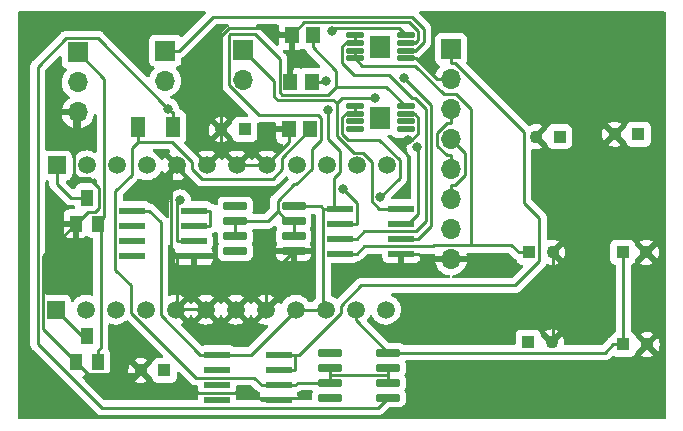
<source format=gbr>
%TF.GenerationSoftware,KiCad,Pcbnew,(6.0.5)*%
%TF.CreationDate,2023-06-19T13:08:36+02:00*%
%TF.ProjectId,PCB_Hoja,5043425f-486f-46a6-912e-6b696361645f,rev?*%
%TF.SameCoordinates,Original*%
%TF.FileFunction,Copper,L2,Bot*%
%TF.FilePolarity,Positive*%
%FSLAX46Y46*%
G04 Gerber Fmt 4.6, Leading zero omitted, Abs format (unit mm)*
G04 Created by KiCad (PCBNEW (6.0.5)) date 2023-06-19 13:08:36*
%MOMM*%
%LPD*%
G01*
G04 APERTURE LIST*
G04 Aperture macros list*
%AMRoundRect*
0 Rectangle with rounded corners*
0 $1 Rounding radius*
0 $2 $3 $4 $5 $6 $7 $8 $9 X,Y pos of 4 corners*
0 Add a 4 corners polygon primitive as box body*
4,1,4,$2,$3,$4,$5,$6,$7,$8,$9,$2,$3,0*
0 Add four circle primitives for the rounded corners*
1,1,$1+$1,$2,$3*
1,1,$1+$1,$4,$5*
1,1,$1+$1,$6,$7*
1,1,$1+$1,$8,$9*
0 Add four rect primitives between the rounded corners*
20,1,$1+$1,$2,$3,$4,$5,0*
20,1,$1+$1,$4,$5,$6,$7,0*
20,1,$1+$1,$6,$7,$8,$9,0*
20,1,$1+$1,$8,$9,$2,$3,0*%
G04 Aperture macros list end*
%TA.AperFunction,ComponentPad*%
%ADD10R,1.100000X1.100000*%
%TD*%
%TA.AperFunction,ComponentPad*%
%ADD11C,1.100000*%
%TD*%
%TA.AperFunction,SMDPad,CuDef*%
%ADD12R,1.000000X1.400000*%
%TD*%
%TA.AperFunction,SMDPad,CuDef*%
%ADD13R,2.200000X0.600000*%
%TD*%
%TA.AperFunction,SMDPad,CuDef*%
%ADD14RoundRect,0.042000X0.943000X0.258000X-0.943000X0.258000X-0.943000X-0.258000X0.943000X-0.258000X0*%
%TD*%
%TA.AperFunction,SMDPad,CuDef*%
%ADD15R,1.160000X1.820000*%
%TD*%
%TA.AperFunction,SMDPad,CuDef*%
%ADD16RoundRect,0.028800X0.696200X0.211200X-0.696200X0.211200X-0.696200X-0.211200X0.696200X-0.211200X0*%
%TD*%
%TA.AperFunction,SMDPad,CuDef*%
%ADD17RoundRect,0.028800X-0.696200X-0.211200X0.696200X-0.211200X0.696200X0.211200X-0.696200X0.211200X0*%
%TD*%
%TA.AperFunction,SMDPad,CuDef*%
%ADD18R,1.680000X1.880000*%
%TD*%
%TA.AperFunction,ComponentPad*%
%ADD19C,1.508000*%
%TD*%
%TA.AperFunction,ComponentPad*%
%ADD20R,1.508000X1.508000*%
%TD*%
%TA.AperFunction,SMDPad,CuDef*%
%ADD21R,1.150000X1.450000*%
%TD*%
%TA.AperFunction,ComponentPad*%
%ADD22R,1.700000X1.700000*%
%TD*%
%TA.AperFunction,ComponentPad*%
%ADD23O,1.700000X1.700000*%
%TD*%
%TA.AperFunction,ViaPad*%
%ADD24C,0.800000*%
%TD*%
%TA.AperFunction,Conductor*%
%ADD25C,0.250000*%
%TD*%
G04 APERTURE END LIST*
D10*
%TO.P,C9,P*%
%TO.N,PWR*%
X158462500Y-81400000D03*
D11*
%TO.P,C9,N*%
%TO.N,GND*%
X156462500Y-81400000D03*
%TD*%
D12*
%TO.P,U7,3*%
%TO.N,Net-(PS2-Pad1)*%
X111760000Y-86784000D03*
%TO.P,U7,2*%
%TO.N,GND*%
X110810000Y-88984000D03*
%TO.P,U7,1*%
%TO.N,CTR*%
X112710000Y-88984000D03*
%TD*%
%TO.P,U6,1*%
%TO.N,CTR*%
X112710000Y-100668000D03*
%TO.P,U6,2*%
%TO.N,GND*%
X110810000Y-100668000D03*
%TO.P,U6,3*%
%TO.N,Net-(PS1-Pad1)*%
X111760000Y-98468000D03*
%TD*%
D13*
%TO.P,U5,2,AIN-*%
%TO.N,PWR_TEMP*%
X128000000Y-101365000D03*
%TO.P,U5,7,BOUT*%
%TO.N,unconnected-(U5-Pad7)*%
X122800000Y-101365000D03*
%TO.P,U5,1,AOUT*%
%TO.N,PWR_TEMP*%
X128000000Y-100095000D03*
%TO.P,U5,3,AIN+*%
%TO.N,Net-(C15-Pad1)*%
X128000000Y-102635000D03*
%TO.P,U5,4,GND*%
%TO.N,GND*%
X128000000Y-103905000D03*
%TO.P,U5,8,VCC*%
%TO.N,9V*%
X122800000Y-100095000D03*
%TO.P,U5,6,BIN-*%
%TO.N,unconnected-(U5-Pad6)*%
X122800000Y-102635000D03*
%TO.P,U5,5,BIN+*%
%TO.N,unconnected-(U5-Pad5)*%
X122800000Y-103905000D03*
%TD*%
D14*
%TO.P,U4,1,IN*%
%TO.N,9V*%
X137270000Y-99895000D03*
%TO.P,U4,2,OUT*%
%TO.N,Net-(C15-Pad1)*%
X137270000Y-101165000D03*
%TO.P,U4,3,OUT*%
X137270000Y-102435000D03*
%TO.P,U4,4,ADJUSTMENT*%
%TO.N,Net-(R5-Pad2)*%
X137270000Y-103705000D03*
%TO.P,U4,5*%
%TO.N,N/C*%
X132330000Y-103705000D03*
%TO.P,U4,6,OUT*%
%TO.N,Net-(C15-Pad1)*%
X132330000Y-102435000D03*
%TO.P,U4,7,OUT*%
X132330000Y-101165000D03*
%TO.P,U4,8*%
%TO.N,N/C*%
X132330000Y-99895000D03*
%TD*%
D13*
%TO.P,U3,2,AIN-*%
%TO.N,0.25*%
X120800000Y-89165000D03*
%TO.P,U3,7,BOUT*%
%TO.N,unconnected-(U3-Pad7)*%
X115600000Y-89165000D03*
%TO.P,U3,1,AOUT*%
%TO.N,0.25*%
X120800000Y-87895000D03*
%TO.P,U3,3,AIN+*%
%TO.N,Net-(R4-Pad7)*%
X120800000Y-90435000D03*
%TO.P,U3,4,GND*%
%TO.N,GND*%
X120800000Y-91705000D03*
%TO.P,U3,8,VCC*%
%TO.N,9V*%
X115600000Y-87895000D03*
%TO.P,U3,6,BIN-*%
%TO.N,unconnected-(U3-Pad6)*%
X115600000Y-90435000D03*
%TO.P,U3,5,BIN+*%
%TO.N,unconnected-(U3-Pad5)*%
X115600000Y-91705000D03*
%TD*%
D14*
%TO.P,U2,1,IN*%
%TO.N,9V*%
X129270000Y-87495000D03*
%TO.P,U2,2,OUT*%
%TO.N,Net-(C6-Pad1)*%
X129270000Y-88765000D03*
%TO.P,U2,3,OUT*%
X129270000Y-90035000D03*
%TO.P,U2,4,ADJUSTMENT*%
%TO.N,GND*%
X129270000Y-91305000D03*
%TO.P,U2,5*%
%TO.N,N/C*%
X124330000Y-91305000D03*
%TO.P,U2,6,OUT*%
%TO.N,Net-(C6-Pad1)*%
X124330000Y-90035000D03*
%TO.P,U2,7,OUT*%
X124330000Y-88765000D03*
%TO.P,U2,8*%
%TO.N,N/C*%
X124330000Y-87495000D03*
%TD*%
D13*
%TO.P,U1,2,-INA*%
%TO.N,AUX-_TEMPERATURE*%
X138400000Y-88965000D03*
%TO.P,U1,7,OUTB*%
%TO.N,OUT_HUMIDITY*%
X133200000Y-88965000D03*
%TO.P,U1,1,OUTA*%
%TO.N,OUT_TEMPERATURE*%
X138400000Y-87695000D03*
%TO.P,U1,3,+INA*%
%TO.N,AUX+_TEMPERATURE*%
X138400000Y-90235000D03*
%TO.P,U1,4,V-*%
%TO.N,GND*%
X138400000Y-91505000D03*
%TO.P,U1,8,V+*%
%TO.N,9V*%
X133200000Y-87695000D03*
%TO.P,U1,6,-INB*%
%TO.N,AUX-_HUMIDITY*%
X133200000Y-90235000D03*
%TO.P,U1,5,+INB*%
%TO.N,AUX+_HUMIDITY*%
X133200000Y-91505000D03*
%TD*%
D15*
%TO.P,R6,1*%
%TO.N,Net-(R5-Pad2)*%
X119075000Y-80800000D03*
%TO.P,R6,2*%
%TO.N,Net-(C15-Pad1)*%
X116125000Y-80800000D03*
%TD*%
D16*
%TO.P,R4,1*%
%TO.N,Net-(C6-Pad1)*%
X138760000Y-79025000D03*
%TO.P,R4,2*%
%TO.N,GND*%
X138760000Y-79675000D03*
%TO.P,R4,3*%
%TO.N,unconnected-(R4-Pad3)*%
X138760000Y-80325000D03*
%TO.P,R4,4*%
%TO.N,unconnected-(R4-Pad4)*%
X138760000Y-80975000D03*
D17*
%TO.P,R4,5*%
%TO.N,unconnected-(R4-Pad5)*%
X134440000Y-80975000D03*
%TO.P,R4,6*%
%TO.N,unconnected-(R4-Pad6)*%
X134440000Y-80325000D03*
%TO.P,R4,7*%
%TO.N,Net-(R4-Pad7)*%
X134440000Y-79675000D03*
%TO.P,R4,8*%
X134440000Y-79025000D03*
D18*
%TO.P,R4,9*%
%TO.N,N/C*%
X136600000Y-80000000D03*
%TD*%
D16*
%TO.P,R3,1*%
%TO.N,OUT_HUMIDITY*%
X138760000Y-73025000D03*
%TO.P,R3,2*%
%TO.N,GND*%
X138760000Y-73675000D03*
%TO.P,R3,3*%
%TO.N,IN_HUMIDITY*%
X138760000Y-74325000D03*
%TO.P,R3,4*%
%TO.N,GND*%
X138760000Y-74975000D03*
D17*
%TO.P,R3,5*%
%TO.N,AUX+_HUMIDITY*%
X134440000Y-74975000D03*
%TO.P,R3,6*%
X134440000Y-74325000D03*
%TO.P,R3,7*%
%TO.N,AUX-_HUMIDITY*%
X134440000Y-73675000D03*
%TO.P,R3,8*%
X134440000Y-73025000D03*
D18*
%TO.P,R3,9*%
%TO.N,N/C*%
X136600000Y-74000000D03*
%TD*%
D19*
%TO.P,PS2,12,VADJ*%
%TO.N,unconnected-(PS2-Pad12)*%
X137170000Y-84050000D03*
%TO.P,PS2,11,VOUT*%
%TO.N,Net-(C12-PadP)*%
X134630000Y-84050000D03*
%TO.P,PS2,10,VOUT*%
X132090000Y-84050000D03*
%TO.P,PS2,9,VOUT*%
X129550000Y-84050000D03*
%TO.P,PS2,8,GND*%
%TO.N,GND*%
X127010000Y-84050000D03*
%TO.P,PS2,7,GND*%
X124470000Y-84050000D03*
%TO.P,PS2,6,GND*%
X121930000Y-84050000D03*
%TO.P,PS2,5,GND*%
X119390000Y-84050000D03*
%TO.P,PS2,4,VIN*%
%TO.N,PWR*%
X116850000Y-84050000D03*
%TO.P,PS2,3,VIN*%
X114310000Y-84050000D03*
%TO.P,PS2,2,VIN*%
X111770000Y-84050000D03*
D20*
%TO.P,PS2,1,~{ON/OFF}*%
%TO.N,Net-(PS2-Pad1)*%
X109230000Y-84050000D03*
%TD*%
%TO.P,PS1,1,~{ON/OFF}*%
%TO.N,Net-(PS1-Pad1)*%
X109150000Y-96250000D03*
D19*
%TO.P,PS1,2,VIN*%
%TO.N,PWR*%
X111690000Y-96250000D03*
%TO.P,PS1,3,VIN*%
X114230000Y-96250000D03*
%TO.P,PS1,4,VIN*%
X116770000Y-96250000D03*
%TO.P,PS1,5,GND*%
%TO.N,GND*%
X119310000Y-96250000D03*
%TO.P,PS1,6,GND*%
X121850000Y-96250000D03*
%TO.P,PS1,7,GND*%
X124390000Y-96250000D03*
%TO.P,PS1,8,GND*%
X126930000Y-96250000D03*
%TO.P,PS1,9,VOUT*%
%TO.N,9V*%
X129470000Y-96250000D03*
%TO.P,PS1,10,VOUT*%
X132010000Y-96250000D03*
%TO.P,PS1,11,VOUT*%
X134550000Y-96250000D03*
%TO.P,PS1,12,VADJ*%
%TO.N,unconnected-(PS1-Pad12)*%
X137090000Y-96250000D03*
%TD*%
D10*
%TO.P,C16,P*%
%TO.N,N/C*%
X125137500Y-81000000D03*
D11*
%TO.P,C16,N*%
%TO.N,GND*%
X123137500Y-81000000D03*
%TD*%
D21*
%TO.P,C15,1*%
%TO.N,Net-(C15-Pad1)*%
X130700000Y-81000000D03*
%TO.P,C15,2*%
%TO.N,GND*%
X128900000Y-81000000D03*
%TD*%
D10*
%TO.P,C14,P*%
%TO.N,Net-(C12-PadP)*%
X118337500Y-101400000D03*
D11*
%TO.P,C14,N*%
%TO.N,GND*%
X116337500Y-101400000D03*
%TD*%
D21*
%TO.P,C13,1*%
%TO.N,9V*%
X130800000Y-77000000D03*
%TO.P,C13,2*%
%TO.N,GND*%
X129000000Y-77000000D03*
%TD*%
D10*
%TO.P,C12,P*%
%TO.N,Net-(C12-PadP)*%
X151800000Y-81600000D03*
D11*
%TO.P,C12,N*%
%TO.N,GND*%
X149800000Y-81600000D03*
%TD*%
D10*
%TO.P,C11,P*%
%TO.N,9V*%
X157200000Y-99200000D03*
D11*
%TO.P,C11,N*%
%TO.N,GND*%
X159200000Y-99200000D03*
%TD*%
D10*
%TO.P,C10,P*%
%TO.N,PWR*%
X149137500Y-99000000D03*
D11*
%TO.P,C10,N*%
%TO.N,GND*%
X151137500Y-99000000D03*
%TD*%
D21*
%TO.P,C6,1*%
%TO.N,Net-(C6-Pad1)*%
X130900000Y-73000000D03*
%TO.P,C6,2*%
%TO.N,GND*%
X129100000Y-73000000D03*
%TD*%
D10*
%TO.P,C3,P*%
%TO.N,9V*%
X157137500Y-91400000D03*
D11*
%TO.P,C3,N*%
%TO.N,GND*%
X159137500Y-91400000D03*
%TD*%
D10*
%TO.P,C2,P*%
%TO.N,AUX+_HUMIDITY*%
X149200000Y-91400000D03*
D11*
%TO.P,C2,N*%
%TO.N,GND*%
X151200000Y-91400000D03*
%TD*%
D22*
%TO.P,J3,1,Pin_1*%
%TO.N,OUT_TEMPERATURE*%
X125000000Y-74250000D03*
D23*
%TO.P,J3,2,Pin_2*%
%TO.N,OUT_HUMIDITY*%
X125000000Y-76790000D03*
%TD*%
D22*
%TO.P,J1,1,Pin_1*%
%TO.N,CTR*%
X111000000Y-74475000D03*
D23*
%TO.P,J1,2,Pin_2*%
%TO.N,PWR*%
X111000000Y-77015000D03*
%TO.P,J1,3,Pin_3*%
%TO.N,GND*%
X111000000Y-79555000D03*
%TD*%
D22*
%TO.P,J2,1,Pin_1*%
%TO.N,IN_HUMIDITY*%
X118400000Y-74325000D03*
D23*
%TO.P,J2,2,Pin_2*%
%TO.N,IN_TEMPERATURE*%
X118400000Y-76865000D03*
%TD*%
%TO.P,J4,8,Pin_8*%
%TO.N,GND*%
X142600000Y-91980000D03*
%TO.P,J4,7,Pin_7*%
%TO.N,PWR_CO2*%
X142600000Y-89440000D03*
%TO.P,J4,6,Pin_6*%
%TO.N,GND*%
X142600000Y-86900000D03*
%TO.P,J4,5,Pin_5*%
%TO.N,PWR_CO2*%
X142600000Y-84360000D03*
%TO.P,J4,4,Pin_4*%
%TO.N,GND*%
X142600000Y-81820000D03*
%TO.P,J4,3,Pin_3*%
%TO.N,PWR_CO2*%
X142600000Y-79280000D03*
%TO.P,J4,2,Pin_2*%
%TO.N,GND*%
X142600000Y-76740000D03*
D22*
%TO.P,J4,1,Pin_1*%
%TO.N,PWR_TEMP*%
X142600000Y-74200000D03*
%TD*%
D24*
%TO.N,9V*%
X131978100Y-76937200D03*
%TO.N,GND*%
X138936700Y-81852500D03*
%TO.N,AUX+_TEMPERATURE*%
X138626500Y-76678500D03*
%TO.N,OUT_HUMIDITY*%
X133431100Y-86059800D03*
%TO.N,AUX-_TEMPERATURE*%
X139740300Y-82503700D03*
%TO.N,Net-(R4-Pad7)*%
X136600200Y-86752400D03*
%TO.N,Net-(R5-Pad2)*%
X118673500Y-79252500D03*
%TO.N,OUT_TEMPERATURE*%
X136194600Y-78328200D03*
%TO.N,Net-(R4-Pad7)*%
X119677700Y-86986100D03*
%TO.N,OUT_HUMIDITY*%
X132563000Y-72645700D03*
%TO.N,9V*%
X132164700Y-79316200D03*
%TD*%
D25*
%TO.N,9V*%
X131915300Y-77000000D02*
X131978100Y-76937200D01*
X131700300Y-77000000D02*
X131915300Y-77000000D01*
X130800000Y-77000000D02*
X131700300Y-77000000D01*
%TO.N,Net-(R5-Pad2)*%
X137270000Y-103705000D02*
X136401800Y-104573200D01*
X107621979Y-75683221D02*
X110005600Y-73299600D01*
X107621979Y-99171479D02*
X107621979Y-75683221D01*
X136401800Y-104573200D02*
X113023700Y-104573200D01*
X113023700Y-104573200D02*
X107621979Y-99171479D01*
X112720600Y-73299600D02*
X118673500Y-79252500D01*
X110005600Y-73299600D02*
X112720600Y-73299600D01*
X119075000Y-80800000D02*
X119075000Y-79564700D01*
X118985700Y-79564700D02*
X119075000Y-79564700D01*
X118673500Y-79252500D02*
X118985700Y-79564700D01*
%TO.N,GND*%
X108071489Y-91722511D02*
X110810000Y-88984000D01*
X108071489Y-97929489D02*
X108071489Y-91722511D01*
X110810000Y-100668000D02*
X108071489Y-97929489D01*
X111834511Y-101692511D02*
X116044989Y-101692511D01*
X116044989Y-101692511D02*
X116337500Y-101400000D01*
X110810000Y-100668000D02*
X111834511Y-101692511D01*
%TO.N,Net-(PS1-Pad1)*%
X111368000Y-98468000D02*
X111760000Y-98468000D01*
X109150000Y-96250000D02*
X111368000Y-98468000D01*
%TO.N,GND*%
X111834511Y-87959489D02*
X110810000Y-88984000D01*
X112446511Y-87959489D02*
X111834511Y-87959489D01*
X112776000Y-87630000D02*
X112446511Y-87959489D01*
X112776000Y-85950978D02*
X112776000Y-87630000D01*
X111953533Y-85128511D02*
X112776000Y-85950978D01*
X111036511Y-85128511D02*
X111953533Y-85128511D01*
X110691489Y-84783489D02*
X111036511Y-85128511D01*
X110691489Y-80062511D02*
X110691489Y-84783489D01*
X111000000Y-79754000D02*
X110691489Y-80062511D01*
X111000000Y-79555000D02*
X111000000Y-79754000D01*
%TO.N,CTR*%
X112750000Y-99674700D02*
X112750000Y-100700000D01*
X112950000Y-99474700D02*
X112750000Y-99674700D01*
X113225511Y-88424489D02*
X112950000Y-88700000D01*
X111000000Y-74475000D02*
X113225511Y-76700511D01*
X113225511Y-76700511D02*
X113225511Y-88424489D01*
X112950000Y-88700000D02*
X112950000Y-99474700D01*
%TO.N,Net-(PS2-Pad1)*%
X109230000Y-85608000D02*
X109230000Y-84050000D01*
X111760000Y-86784000D02*
X110406000Y-86784000D01*
X110406000Y-86784000D02*
X109230000Y-85608000D01*
%TO.N,0.25*%
X120800000Y-89165000D02*
X122225300Y-89165000D01*
X120800000Y-87895000D02*
X122225300Y-87895000D01*
X122225300Y-87895000D02*
X122225300Y-89165000D01*
%TO.N,AUX+_TEMPERATURE*%
X140915900Y-78967900D02*
X138626500Y-76678500D01*
X139825300Y-90235000D02*
X140915900Y-89144400D01*
X138400000Y-90235000D02*
X139825300Y-90235000D01*
X140915900Y-89144400D02*
X140915900Y-78967900D01*
%TO.N,GND*%
X129100000Y-73525100D02*
X129100000Y-74050300D01*
X128900000Y-81525100D02*
X128900000Y-81000000D01*
X124345000Y-84050000D02*
X123137500Y-82842500D01*
X151200000Y-98937500D02*
X151137500Y-99000000D01*
X123784200Y-72449500D02*
X127649200Y-72449500D01*
X118910700Y-84529300D02*
X118910700Y-91241000D01*
X139659700Y-74975000D02*
X138760000Y-74975000D01*
X141424700Y-76740000D02*
X139659700Y-74975000D01*
X123137500Y-73096200D02*
X123784200Y-72449500D01*
X126930000Y-93645000D02*
X129270000Y-91305000D01*
X119342400Y-96217600D02*
X119374700Y-96217600D01*
X151200000Y-91400000D02*
X151200000Y-98937500D01*
X143783100Y-84887200D02*
X142945600Y-85724700D01*
X124470000Y-84050000D02*
X124345000Y-84050000D01*
X119390000Y-84050000D02*
X118910700Y-84529300D01*
X119374700Y-96217600D02*
X121817600Y-96217600D01*
X129000000Y-77000000D02*
X129000000Y-75949700D01*
X119310000Y-96250000D02*
X119342400Y-96217600D01*
X139073200Y-71917600D02*
X130182400Y-71917600D01*
X139529400Y-73675000D02*
X139810500Y-73393900D01*
X139523600Y-79675000D02*
X139841900Y-79993300D01*
X129000000Y-75949700D02*
X129100000Y-75849700D01*
X139810500Y-72654900D02*
X139073200Y-71917600D01*
X127010000Y-84050000D02*
X127010000Y-83940300D01*
X142600000Y-86900000D02*
X142600000Y-85724700D01*
X127010000Y-84050000D02*
X124470000Y-84050000D01*
X138760000Y-73675000D02*
X139529400Y-73675000D01*
X121930000Y-84050000D02*
X123137500Y-82842500D01*
X142945600Y-85724700D02*
X142600000Y-85724700D01*
X121817600Y-96217600D02*
X121850000Y-96250000D01*
X143783100Y-83003100D02*
X143783100Y-84887200D01*
X139320800Y-81852500D02*
X138936700Y-81852500D01*
X127649200Y-72449500D02*
X128199700Y-73000000D01*
X118217200Y-103279700D02*
X125949400Y-103279700D01*
X129100000Y-75849700D02*
X129100000Y-74050300D01*
X139810500Y-73393900D02*
X139810500Y-72654900D01*
X138400000Y-91505000D02*
X139825300Y-91505000D01*
X129100000Y-73525100D02*
X129100000Y-73000000D01*
X139841900Y-81331400D02*
X139320800Y-81852500D01*
X125949400Y-103279700D02*
X126574700Y-103905000D01*
X126930000Y-96250000D02*
X126930000Y-93645000D01*
X129100000Y-73000000D02*
X128199700Y-73000000D01*
X123137500Y-82842500D02*
X123137500Y-81000000D01*
X139841900Y-79993300D02*
X139841900Y-81331400D01*
X123137500Y-81000000D02*
X123137500Y-73096200D01*
%TO.N,9V*%
X157137500Y-91400000D02*
X157137500Y-92275300D01*
X157200000Y-92337800D02*
X157200000Y-99200000D01*
%TO.N,AUX+_HUMIDITY*%
X141081400Y-90879700D02*
X135250600Y-90879700D01*
%TO.N,GND*%
X142600000Y-91980000D02*
X140300300Y-91980000D01*
%TO.N,9V*%
X131774700Y-96014700D02*
X131539400Y-96250000D01*
X132010000Y-96250000D02*
X131774700Y-96014700D01*
%TO.N,AUX+_HUMIDITY*%
X143003800Y-78010000D02*
X144258300Y-79264500D01*
%TO.N,9V*%
X134550000Y-96250000D02*
X134550000Y-97175000D01*
X132164700Y-81785200D02*
X132164700Y-79316200D01*
X115600000Y-87895000D02*
X117025300Y-87895000D01*
X125625000Y-100095000D02*
X122800000Y-100095000D01*
%TO.N,GND*%
X118910700Y-91241000D02*
X119374700Y-91705000D01*
X127010000Y-83940300D02*
X128900000Y-82050300D01*
%TO.N,AUX+_HUMIDITY*%
X141969800Y-78010000D02*
X143003800Y-78010000D01*
%TO.N,9V*%
X132705700Y-85129400D02*
X133214200Y-84620900D01*
X131539400Y-96250000D02*
X129470000Y-96250000D01*
X134550000Y-97175000D02*
X137270000Y-99895000D01*
X132705700Y-87695000D02*
X132705700Y-85129400D01*
%TO.N,AUX+_HUMIDITY*%
X135250600Y-90879700D02*
X134625300Y-91505000D01*
%TO.N,GND*%
X128000000Y-103905000D02*
X126574700Y-103905000D01*
X140300300Y-91980000D02*
X139825300Y-91505000D01*
X119374700Y-96217600D02*
X119374700Y-91705000D01*
%TO.N,AUX+_HUMIDITY*%
X144258300Y-90797000D02*
X141164100Y-90797000D01*
%TO.N,9V*%
X133214200Y-82834700D02*
X132164700Y-81785200D01*
%TO.N,AUX+_HUMIDITY*%
X141164100Y-90797000D02*
X141081400Y-90879700D01*
%TO.N,GND*%
X120800000Y-91705000D02*
X119374700Y-91705000D01*
X128900000Y-81525100D02*
X128900000Y-82050300D01*
%TO.N,AUX+_HUMIDITY*%
X148324700Y-91400000D02*
X147721700Y-90797000D01*
X147721700Y-90797000D02*
X144258300Y-90797000D01*
X134440000Y-74975000D02*
X135052500Y-75587500D01*
X149200000Y-91400000D02*
X148324700Y-91400000D01*
X133200000Y-91505000D02*
X134625300Y-91505000D01*
X139547300Y-75587500D02*
X141969800Y-78010000D01*
%TO.N,GND*%
X138760000Y-79675000D02*
X139523600Y-79675000D01*
%TO.N,9V*%
X155629700Y-99895000D02*
X156324700Y-99200000D01*
X131774700Y-96014700D02*
X131774700Y-87695000D01*
X118005400Y-88875100D02*
X117025300Y-87895000D01*
X133214200Y-84620900D02*
X133214200Y-82834700D01*
X157200000Y-99200000D02*
X156324700Y-99200000D01*
%TO.N,AUX+_HUMIDITY*%
X135052500Y-75587500D02*
X139547300Y-75587500D01*
%TO.N,GND*%
X142600000Y-81820000D02*
X143783100Y-83003100D01*
X142600000Y-76740000D02*
X141424700Y-76740000D01*
X116337500Y-101400000D02*
X118217200Y-103279700D01*
X130182400Y-71917600D02*
X129100000Y-73000000D01*
%TO.N,AUX+_HUMIDITY*%
X134440000Y-74325000D02*
X134440000Y-74975000D01*
X144258300Y-79264500D02*
X144258300Y-90797000D01*
%TO.N,9V*%
X122800000Y-100095000D02*
X121374700Y-100095000D01*
X129270000Y-87495000D02*
X131574700Y-87495000D01*
X121374700Y-100095000D02*
X118005400Y-96725700D01*
%TO.N,IN_HUMIDITY*%
X140288200Y-73582200D02*
X139545400Y-74325000D01*
%TO.N,9V*%
X133200000Y-87695000D02*
X132705700Y-87695000D01*
%TO.N,IN_HUMIDITY*%
X122434400Y-71465900D02*
X139274300Y-71465900D01*
X119575300Y-74325000D02*
X122434400Y-71465900D01*
%TO.N,OUT_TEMPERATURE*%
X132929100Y-81550500D02*
X132929100Y-78778500D01*
X138400000Y-87695000D02*
X136974700Y-87695000D01*
%TO.N,IN_HUMIDITY*%
X140288200Y-72479800D02*
X140288200Y-73582200D01*
%TO.N,OUT_TEMPERATURE*%
X127914296Y-78499022D02*
X132649622Y-78499022D01*
X135122400Y-82970600D02*
X134349200Y-82970600D01*
X135874900Y-87052800D02*
X135874900Y-83723100D01*
X136517100Y-87695000D02*
X135874900Y-87052800D01*
X127650978Y-78235704D02*
X127914296Y-78499022D01*
%TO.N,OUT_HUMIDITY*%
X133200000Y-88965000D02*
X134625300Y-88965000D01*
%TO.N,9V*%
X131574700Y-87495000D02*
X131774700Y-87695000D01*
X132705700Y-87695000D02*
X131774700Y-87695000D01*
X129470000Y-96250000D02*
X125625000Y-100095000D01*
%TO.N,OUT_TEMPERATURE*%
X134349200Y-82970600D02*
X132929100Y-81550500D01*
%TO.N,OUT_HUMIDITY*%
X133431100Y-86059800D02*
X134625300Y-87254000D01*
%TO.N,OUT_TEMPERATURE*%
X133379400Y-78328200D02*
X136194600Y-78328200D01*
X132929100Y-78778500D02*
X133379400Y-78328200D01*
%TO.N,OUT_HUMIDITY*%
X138164800Y-72429800D02*
X132778900Y-72429800D01*
%TO.N,OUT_TEMPERATURE*%
X135874900Y-83723100D02*
X135122400Y-82970600D01*
X125000000Y-74250000D02*
X127650978Y-76900978D01*
%TO.N,OUT_HUMIDITY*%
X134625300Y-87254000D02*
X134625300Y-88965000D01*
X138760000Y-73025000D02*
X138164800Y-72429800D01*
X132778900Y-72429800D02*
X132563000Y-72645700D01*
%TO.N,OUT_TEMPERATURE*%
X136974700Y-87695000D02*
X136517100Y-87695000D01*
%TO.N,9V*%
X118005400Y-96725700D02*
X118005400Y-88875100D01*
X157137500Y-92275300D02*
X157200000Y-92337800D01*
%TO.N,IN_HUMIDITY*%
X139545400Y-74325000D02*
X138760000Y-74325000D01*
%TO.N,9V*%
X137270000Y-99895000D02*
X155629700Y-99895000D01*
%TO.N,OUT_TEMPERATURE*%
X132649622Y-78499022D02*
X132929100Y-78778500D01*
%TO.N,IN_HUMIDITY*%
X139274300Y-71465900D02*
X140288200Y-72479800D01*
%TO.N,OUT_TEMPERATURE*%
X127650978Y-76900978D02*
X127650978Y-78235704D01*
%TO.N,IN_HUMIDITY*%
X118400000Y-74325000D02*
X119575300Y-74325000D01*
%TO.N,AUX-_TEMPERATURE*%
X139825400Y-82588800D02*
X139740300Y-82503700D01*
%TO.N,Net-(C6-Pad1)*%
X132900000Y-76050300D02*
X130900000Y-74050300D01*
X130900000Y-73000000D02*
X130900000Y-74050300D01*
X127920100Y-87039800D02*
X127920100Y-87944300D01*
X124330000Y-88765000D02*
X127099400Y-88765000D01*
X127920100Y-87944300D02*
X128740800Y-88765000D01*
%TO.N,Net-(R4-Pad7)*%
X138249400Y-83575000D02*
X136545400Y-81871000D01*
%TO.N,Net-(C6-Pad1)*%
X128100489Y-77868989D02*
X128100489Y-75052489D01*
X137111000Y-77376000D02*
X132900000Y-77376000D01*
X130820000Y-82648500D02*
X130820000Y-84337300D01*
%TO.N,AUX-_TEMPERATURE*%
X139825400Y-88137400D02*
X139825400Y-82588800D01*
%TO.N,Net-(C6-Pad1)*%
X132226489Y-78049511D02*
X128281011Y-78049511D01*
X131600400Y-80033700D02*
X131600400Y-81868100D01*
X128740800Y-88765000D02*
X129270000Y-88765000D01*
X131600400Y-81868100D02*
X130820000Y-82648500D01*
X131344500Y-79777800D02*
X131600400Y-80033700D01*
%TO.N,AUX-_HUMIDITY*%
X133200000Y-90235000D02*
X134625300Y-90235000D01*
X134440000Y-73675000D02*
X134440000Y-73025000D01*
X134427800Y-76401100D02*
X133373200Y-75346500D01*
X140465600Y-88772900D02*
X140465600Y-79271700D01*
%TO.N,Net-(R4-Pad7)*%
X136600200Y-86752400D02*
X138249400Y-85103200D01*
%TO.N,AUX-_HUMIDITY*%
X134625300Y-90235000D02*
X135250600Y-89609700D01*
%TO.N,Net-(R4-Pad7)*%
X133379400Y-79976900D02*
X133681300Y-79675000D01*
X133681300Y-79675000D02*
X134440000Y-79675000D01*
%TO.N,Net-(C6-Pad1)*%
X125997600Y-72949600D02*
X123921000Y-72949600D01*
X123825489Y-77276499D02*
X126326790Y-79777800D01*
X128281011Y-78049511D02*
X128100489Y-77868989D01*
%TO.N,AUX-_HUMIDITY*%
X139293300Y-78371200D02*
X137323200Y-76401100D01*
X140465600Y-79271700D02*
X139565100Y-78371200D01*
X139628800Y-89609700D02*
X140465600Y-88772900D01*
X137323200Y-76401100D02*
X134427800Y-76401100D01*
%TO.N,Net-(R4-Pad7)*%
X134440000Y-79675000D02*
X134440000Y-79025000D01*
%TO.N,Net-(C6-Pad1)*%
X129300600Y-85659300D02*
X127920100Y-87039800D01*
%TO.N,AUX-_TEMPERATURE*%
X138997800Y-88965000D02*
X139825400Y-88137400D01*
%TO.N,Net-(R4-Pad7)*%
X133379400Y-81363900D02*
X133379400Y-79976900D01*
%TO.N,Net-(C6-Pad1)*%
X123825489Y-73045111D02*
X123825489Y-77276499D01*
X132900000Y-77376000D02*
X132226489Y-78049511D01*
%TO.N,AUX-_HUMIDITY*%
X139565100Y-78371200D02*
X139293300Y-78371200D01*
%TO.N,Net-(C6-Pad1)*%
X130820000Y-84337300D02*
X129498000Y-85659300D01*
X124330000Y-88765000D02*
X124330000Y-90035000D01*
%TO.N,Net-(R4-Pad7)*%
X136545400Y-81871000D02*
X133886500Y-81871000D01*
%TO.N,Net-(C6-Pad1)*%
X138760000Y-79025000D02*
X137111000Y-77376000D01*
%TO.N,AUX-_HUMIDITY*%
X133373200Y-73975500D02*
X133673700Y-73675000D01*
%TO.N,Net-(R4-Pad7)*%
X119374700Y-90435000D02*
X119374700Y-87289100D01*
X120800000Y-90435000D02*
X119374700Y-90435000D01*
%TO.N,AUX-_HUMIDITY*%
X133373200Y-75346500D02*
X133373200Y-73975500D01*
%TO.N,Net-(C6-Pad1)*%
X129270000Y-90035000D02*
X129270000Y-88765000D01*
%TO.N,AUX-_HUMIDITY*%
X133673700Y-73675000D02*
X134440000Y-73675000D01*
%TO.N,Net-(R4-Pad7)*%
X119374700Y-87289100D02*
X119677700Y-86986100D01*
%TO.N,AUX-_TEMPERATURE*%
X138400000Y-88965000D02*
X138997800Y-88965000D01*
%TO.N,Net-(R4-Pad7)*%
X138249400Y-85103200D02*
X138249400Y-83575000D01*
X133886500Y-81871000D02*
X133379400Y-81363900D01*
%TO.N,Net-(C6-Pad1)*%
X127099400Y-88765000D02*
X127920100Y-87944300D01*
X132900000Y-77376000D02*
X132900000Y-76050300D01*
%TO.N,AUX-_HUMIDITY*%
X135250600Y-89609700D02*
X139628800Y-89609700D01*
%TO.N,Net-(C15-Pad1)*%
X115500000Y-96533400D02*
X120976300Y-102009700D01*
X129625300Y-102435000D02*
X132330000Y-102435000D01*
X118955200Y-82035300D02*
X116125000Y-82035300D01*
X128280000Y-83420000D02*
X128280000Y-84383900D01*
X128000000Y-102635000D02*
X129425300Y-102635000D01*
X114174600Y-92865800D02*
X115500000Y-94191200D01*
X128000000Y-102635000D02*
X126574700Y-102635000D01*
X116125000Y-80800000D02*
X116125000Y-82035300D01*
X129425300Y-102635000D02*
X129625300Y-102435000D01*
X115580000Y-84817700D02*
X114174600Y-86223100D01*
X127494300Y-85169600D02*
X121493800Y-85169600D01*
X125949400Y-102009700D02*
X126574700Y-102635000D01*
%TO.N,Net-(C6-Pad1)*%
X123921000Y-72949600D02*
X123825489Y-73045111D01*
X126326790Y-79777800D02*
X131344500Y-79777800D01*
X129498000Y-85659300D02*
X129300600Y-85659300D01*
X128100489Y-75052489D02*
X125997600Y-72949600D01*
%TO.N,Net-(C15-Pad1)*%
X132330000Y-102435000D02*
X132330000Y-101800000D01*
%TO.N,PWR_CO2*%
X142232700Y-83184700D02*
X141424700Y-82376700D01*
%TO.N,Net-(C15-Pad1)*%
X130700000Y-81000000D02*
X128280000Y-83420000D01*
%TO.N,PWR_CO2*%
X141424700Y-82376700D02*
X141424700Y-81263200D01*
%TO.N,PWR_TEMP*%
X128712700Y-100095000D02*
X129425300Y-100095000D01*
X129760800Y-100095000D02*
X129425300Y-100095000D01*
%TO.N,Net-(C15-Pad1)*%
X128280000Y-84383900D02*
X127494300Y-85169600D01*
%TO.N,PWR_TEMP*%
X148775200Y-81183200D02*
X148775200Y-87212100D01*
X150075400Y-92158800D02*
X148023700Y-94210500D01*
%TO.N,Net-(C15-Pad1)*%
X120660000Y-84335800D02*
X120660000Y-83740100D01*
%TO.N,PWR_CO2*%
X142600000Y-84360000D02*
X142600000Y-83184700D01*
%TO.N,Net-(C15-Pad1)*%
X137270000Y-101800000D02*
X137270000Y-101165000D01*
%TO.N,PWR_TEMP*%
X129425300Y-100095000D02*
X129425300Y-101365000D01*
X142600000Y-74200000D02*
X142600000Y-75375300D01*
X133280000Y-96575800D02*
X129760800Y-100095000D01*
X142967300Y-75375300D02*
X148775200Y-81183200D01*
X134996900Y-94210500D02*
X133280000Y-95927400D01*
X148775200Y-87212100D02*
X150075400Y-88512300D01*
X142600000Y-75375300D02*
X142967300Y-75375300D01*
X128000000Y-101365000D02*
X129425300Y-101365000D01*
%TO.N,PWR_CO2*%
X141424700Y-81263200D02*
X142232600Y-80455300D01*
%TO.N,Net-(C15-Pad1)*%
X115500000Y-94191200D02*
X115500000Y-96533400D01*
X120660000Y-83740100D02*
X118955200Y-82035300D01*
%TO.N,PWR_CO2*%
X142600000Y-83184700D02*
X142232700Y-83184700D01*
X142600000Y-79280000D02*
X142600000Y-80455300D01*
%TO.N,PWR_TEMP*%
X148023700Y-94210500D02*
X134996900Y-94210500D01*
X128000000Y-100095000D02*
X128712700Y-100095000D01*
%TO.N,Net-(C15-Pad1)*%
X115580000Y-82580300D02*
X115580000Y-84817700D01*
X132330000Y-101800000D02*
X132330000Y-101165000D01*
X137270000Y-102435000D02*
X137270000Y-101800000D01*
X132330000Y-101800000D02*
X137270000Y-101800000D01*
X120976300Y-102009700D02*
X125949400Y-102009700D01*
%TO.N,PWR_CO2*%
X142232600Y-80455300D02*
X142600000Y-80455300D01*
%TO.N,Net-(C15-Pad1)*%
X121493800Y-85169600D02*
X120660000Y-84335800D01*
%TO.N,PWR_TEMP*%
X133280000Y-95927400D02*
X133280000Y-96575800D01*
X150075400Y-88512300D02*
X150075400Y-92158800D01*
%TO.N,Net-(C15-Pad1)*%
X114174600Y-86223100D02*
X114174600Y-92865800D01*
X116125000Y-82035300D02*
X115580000Y-82580300D01*
%TD*%
%TA.AperFunction,Conductor*%
%TO.N,GND*%
G36*
X121774827Y-71013502D02*
G01*
X121821320Y-71067158D01*
X121831424Y-71137432D01*
X121801930Y-71202012D01*
X121795802Y-71208594D01*
X120813382Y-72191013D01*
X119835716Y-73168679D01*
X119773404Y-73202705D01*
X119702588Y-73197640D01*
X119645795Y-73155149D01*
X119618642Y-73118919D01*
X119613261Y-73111739D01*
X119496705Y-73024385D01*
X119360316Y-72973255D01*
X119298134Y-72966500D01*
X117501866Y-72966500D01*
X117439684Y-72973255D01*
X117303295Y-73024385D01*
X117186739Y-73111739D01*
X117099385Y-73228295D01*
X117048255Y-73364684D01*
X117041500Y-73426866D01*
X117041500Y-75223134D01*
X117048255Y-75285316D01*
X117099385Y-75421705D01*
X117186739Y-75538261D01*
X117303295Y-75625615D01*
X117311704Y-75628767D01*
X117311705Y-75628768D01*
X117420451Y-75669535D01*
X117477216Y-75712176D01*
X117501916Y-75778738D01*
X117486709Y-75848087D01*
X117467316Y-75874568D01*
X117351622Y-75995635D01*
X117340629Y-76007138D01*
X117214743Y-76191680D01*
X117198245Y-76227223D01*
X117124322Y-76386477D01*
X117120688Y-76394305D01*
X117089522Y-76506685D01*
X117052045Y-76566981D01*
X116987916Y-76597444D01*
X116917497Y-76588401D01*
X116879011Y-76562106D01*
X113224252Y-72907347D01*
X113216712Y-72899061D01*
X113212600Y-72892582D01*
X113162948Y-72845956D01*
X113160107Y-72843202D01*
X113140370Y-72823465D01*
X113137173Y-72820985D01*
X113128151Y-72813280D01*
X113095921Y-72783014D01*
X113088975Y-72779195D01*
X113088972Y-72779193D01*
X113078166Y-72773252D01*
X113061647Y-72762401D01*
X113059387Y-72760648D01*
X113045641Y-72749986D01*
X113038372Y-72746841D01*
X113038368Y-72746838D01*
X113005063Y-72732426D01*
X112994413Y-72727209D01*
X112955660Y-72705905D01*
X112936037Y-72700867D01*
X112917334Y-72694463D01*
X112906020Y-72689567D01*
X112906019Y-72689567D01*
X112898745Y-72686419D01*
X112890922Y-72685180D01*
X112890912Y-72685177D01*
X112855076Y-72679501D01*
X112843456Y-72677095D01*
X112808311Y-72668072D01*
X112808310Y-72668072D01*
X112800630Y-72666100D01*
X112780376Y-72666100D01*
X112760665Y-72664549D01*
X112757269Y-72664011D01*
X112740657Y-72661380D01*
X112711386Y-72664147D01*
X112696639Y-72665541D01*
X112684781Y-72666100D01*
X110084367Y-72666100D01*
X110073184Y-72665573D01*
X110065691Y-72663898D01*
X110057765Y-72664147D01*
X110057764Y-72664147D01*
X109997614Y-72666038D01*
X109993655Y-72666100D01*
X109965744Y-72666100D01*
X109961810Y-72666597D01*
X109961809Y-72666597D01*
X109961744Y-72666605D01*
X109949907Y-72667538D01*
X109918090Y-72668538D01*
X109913629Y-72668678D01*
X109905710Y-72668927D01*
X109888054Y-72674056D01*
X109886258Y-72674578D01*
X109866906Y-72678586D01*
X109859835Y-72679480D01*
X109846803Y-72681126D01*
X109839434Y-72684043D01*
X109839432Y-72684044D01*
X109805697Y-72697400D01*
X109794469Y-72701245D01*
X109752007Y-72713582D01*
X109745184Y-72717617D01*
X109745182Y-72717618D01*
X109734572Y-72723893D01*
X109716824Y-72732588D01*
X109697983Y-72740048D01*
X109691567Y-72744710D01*
X109691566Y-72744710D01*
X109662213Y-72766036D01*
X109652293Y-72772552D01*
X109621065Y-72791020D01*
X109621062Y-72791022D01*
X109614238Y-72795058D01*
X109599917Y-72809379D01*
X109584884Y-72822219D01*
X109568493Y-72834128D01*
X109541327Y-72866966D01*
X109540302Y-72868205D01*
X109532312Y-72876984D01*
X107229726Y-75179569D01*
X107221440Y-75187109D01*
X107214961Y-75191221D01*
X107209536Y-75196998D01*
X107168336Y-75240872D01*
X107165581Y-75243714D01*
X107145844Y-75263451D01*
X107143364Y-75266648D01*
X107135661Y-75275668D01*
X107105393Y-75307900D01*
X107101574Y-75314846D01*
X107101572Y-75314849D01*
X107095631Y-75325655D01*
X107084780Y-75342174D01*
X107072365Y-75358180D01*
X107069220Y-75365449D01*
X107069217Y-75365453D01*
X107054805Y-75398758D01*
X107049588Y-75409408D01*
X107028284Y-75448161D01*
X107026313Y-75455836D01*
X107026313Y-75455837D01*
X107023246Y-75467783D01*
X107016842Y-75486487D01*
X107008798Y-75505076D01*
X107007559Y-75512899D01*
X107007556Y-75512909D01*
X107001880Y-75548745D01*
X106999474Y-75560365D01*
X106996563Y-75571705D01*
X106988479Y-75603191D01*
X106988479Y-75623445D01*
X106986928Y-75643155D01*
X106983759Y-75663164D01*
X106984505Y-75671056D01*
X106987920Y-75707182D01*
X106988479Y-75719040D01*
X106988479Y-99092712D01*
X106987952Y-99103895D01*
X106986277Y-99111388D01*
X106986526Y-99119314D01*
X106986526Y-99119315D01*
X106988417Y-99179465D01*
X106988479Y-99183424D01*
X106988479Y-99211335D01*
X106988976Y-99215269D01*
X106988976Y-99215270D01*
X106988984Y-99215335D01*
X106989917Y-99227172D01*
X106991306Y-99271368D01*
X106996957Y-99290818D01*
X107000966Y-99310179D01*
X107003505Y-99330276D01*
X107006424Y-99337647D01*
X107006424Y-99337649D01*
X107019783Y-99371391D01*
X107023628Y-99382621D01*
X107031947Y-99411256D01*
X107035961Y-99425072D01*
X107039994Y-99431891D01*
X107039996Y-99431896D01*
X107046272Y-99442507D01*
X107054967Y-99460255D01*
X107062427Y-99479096D01*
X107067089Y-99485512D01*
X107067089Y-99485513D01*
X107088415Y-99514866D01*
X107094931Y-99524786D01*
X107117437Y-99562841D01*
X107131758Y-99577162D01*
X107144598Y-99592195D01*
X107156507Y-99608586D01*
X107162613Y-99613637D01*
X107190584Y-99636777D01*
X107199363Y-99644767D01*
X112520048Y-104965453D01*
X112527588Y-104973739D01*
X112531700Y-104980218D01*
X112537477Y-104985643D01*
X112581351Y-105026843D01*
X112584193Y-105029598D01*
X112603930Y-105049335D01*
X112607127Y-105051815D01*
X112616147Y-105059518D01*
X112648379Y-105089786D01*
X112655325Y-105093605D01*
X112655328Y-105093607D01*
X112666134Y-105099548D01*
X112682653Y-105110399D01*
X112698659Y-105122814D01*
X112705928Y-105125959D01*
X112705932Y-105125962D01*
X112739237Y-105140374D01*
X112749887Y-105145591D01*
X112788640Y-105166895D01*
X112796315Y-105168866D01*
X112796316Y-105168866D01*
X112808262Y-105171933D01*
X112826967Y-105178337D01*
X112845555Y-105186381D01*
X112853378Y-105187620D01*
X112853388Y-105187623D01*
X112889224Y-105193299D01*
X112900844Y-105195705D01*
X112932659Y-105203873D01*
X112943670Y-105206700D01*
X112963924Y-105206700D01*
X112983634Y-105208251D01*
X113003643Y-105211420D01*
X113011535Y-105210674D01*
X113030280Y-105208902D01*
X113047662Y-105207259D01*
X113059519Y-105206700D01*
X136323033Y-105206700D01*
X136334216Y-105207227D01*
X136341709Y-105208902D01*
X136349635Y-105208653D01*
X136349636Y-105208653D01*
X136409786Y-105206762D01*
X136413745Y-105206700D01*
X136441656Y-105206700D01*
X136445591Y-105206203D01*
X136445656Y-105206195D01*
X136457493Y-105205262D01*
X136489751Y-105204248D01*
X136493770Y-105204122D01*
X136501689Y-105203873D01*
X136521143Y-105198221D01*
X136540500Y-105194213D01*
X136552730Y-105192668D01*
X136552731Y-105192668D01*
X136560597Y-105191674D01*
X136567968Y-105188755D01*
X136567970Y-105188755D01*
X136601712Y-105175396D01*
X136612942Y-105171551D01*
X136647783Y-105161429D01*
X136647784Y-105161429D01*
X136655393Y-105159218D01*
X136662212Y-105155185D01*
X136662217Y-105155183D01*
X136672828Y-105148907D01*
X136690576Y-105140212D01*
X136709417Y-105132752D01*
X136745187Y-105106764D01*
X136755107Y-105100248D01*
X136786335Y-105081780D01*
X136786338Y-105081778D01*
X136793162Y-105077742D01*
X136807483Y-105063421D01*
X136822517Y-105050580D01*
X136832494Y-105043331D01*
X136838907Y-105038672D01*
X136867098Y-105004595D01*
X136875088Y-104995816D01*
X137320499Y-104550405D01*
X137382811Y-104516379D01*
X137409594Y-104513500D01*
X138255772Y-104513500D01*
X138345547Y-104502636D01*
X138353075Y-104499656D01*
X138353077Y-104499655D01*
X138422168Y-104472300D01*
X138485783Y-104447113D01*
X138605922Y-104355922D01*
X138697113Y-104235783D01*
X138752636Y-104095547D01*
X138763500Y-104005772D01*
X138763500Y-103404228D01*
X138752636Y-103314453D01*
X138738624Y-103279061D01*
X138719462Y-103230664D01*
X138697113Y-103174217D01*
X138675831Y-103146179D01*
X138650578Y-103079826D01*
X138665206Y-103010353D01*
X138675831Y-102993821D01*
X138683943Y-102983134D01*
X138697113Y-102965783D01*
X138752636Y-102825547D01*
X138763500Y-102735772D01*
X138763500Y-102134228D01*
X138752636Y-102044453D01*
X138735470Y-102001095D01*
X138725817Y-101976716D01*
X138697113Y-101904217D01*
X138675831Y-101876179D01*
X138650578Y-101809826D01*
X138665206Y-101740353D01*
X138675831Y-101723821D01*
X138676707Y-101722667D01*
X138697113Y-101695783D01*
X138738171Y-101592081D01*
X138749655Y-101563077D01*
X138749656Y-101563075D01*
X138752636Y-101555547D01*
X138763500Y-101465772D01*
X138763500Y-100864228D01*
X138752636Y-100774453D01*
X138749113Y-100765553D01*
X138723508Y-100700883D01*
X138717029Y-100630183D01*
X138749802Y-100567203D01*
X138811421Y-100531939D01*
X138840660Y-100528500D01*
X155550933Y-100528500D01*
X155562116Y-100529027D01*
X155569609Y-100530702D01*
X155577535Y-100530453D01*
X155577536Y-100530453D01*
X155637686Y-100528562D01*
X155641645Y-100528500D01*
X155669556Y-100528500D01*
X155673491Y-100528003D01*
X155673556Y-100527995D01*
X155685393Y-100527062D01*
X155717651Y-100526048D01*
X155721670Y-100525922D01*
X155729589Y-100525673D01*
X155749043Y-100520021D01*
X155768400Y-100516013D01*
X155780630Y-100514468D01*
X155780631Y-100514468D01*
X155788497Y-100513474D01*
X155795868Y-100510555D01*
X155795870Y-100510555D01*
X155829612Y-100497196D01*
X155840842Y-100493351D01*
X155875683Y-100483229D01*
X155875684Y-100483229D01*
X155883293Y-100481018D01*
X155890112Y-100476985D01*
X155890117Y-100476983D01*
X155900728Y-100470707D01*
X155918476Y-100462012D01*
X155937317Y-100454552D01*
X155973087Y-100428564D01*
X155983007Y-100422048D01*
X156014235Y-100403580D01*
X156014238Y-100403578D01*
X156021062Y-100399542D01*
X156035383Y-100385221D01*
X156050417Y-100372380D01*
X156060394Y-100365131D01*
X156066807Y-100360472D01*
X156094998Y-100326395D01*
X156102988Y-100317616D01*
X156221271Y-100199333D01*
X156283583Y-100165307D01*
X156354398Y-100170372D01*
X156385929Y-100187600D01*
X156403295Y-100200615D01*
X156539684Y-100251745D01*
X156601866Y-100258500D01*
X157798134Y-100258500D01*
X157860316Y-100251745D01*
X157996705Y-100200615D01*
X158113261Y-100113261D01*
X158118795Y-100105877D01*
X158658953Y-100105877D01*
X158663863Y-100112435D01*
X158769004Y-100171198D01*
X158780242Y-100176107D01*
X158965852Y-100236415D01*
X158977826Y-100239048D01*
X159171624Y-100262157D01*
X159183873Y-100262414D01*
X159378467Y-100247441D01*
X159390547Y-100245310D01*
X159578514Y-100192828D01*
X159589947Y-100188394D01*
X159732726Y-100116271D01*
X159743010Y-100106626D01*
X159740772Y-100099982D01*
X159212812Y-99572022D01*
X159198868Y-99564408D01*
X159197035Y-99564539D01*
X159190420Y-99568790D01*
X158665713Y-100093497D01*
X158658953Y-100105877D01*
X158118795Y-100105877D01*
X158200615Y-99996705D01*
X158251745Y-99860316D01*
X158252598Y-99852464D01*
X158252599Y-99852460D01*
X158255648Y-99824388D01*
X158282890Y-99758825D01*
X158292647Y-99748849D01*
X158292294Y-99748496D01*
X158827978Y-99212812D01*
X158834356Y-99201132D01*
X159564408Y-99201132D01*
X159564539Y-99202965D01*
X159568790Y-99209580D01*
X160093335Y-99734125D01*
X160105715Y-99740885D01*
X160112449Y-99735844D01*
X160168161Y-99637772D01*
X160173155Y-99626556D01*
X160234753Y-99441384D01*
X160237473Y-99429412D01*
X160262263Y-99233186D01*
X160262754Y-99226161D01*
X160263070Y-99203506D01*
X160262777Y-99196511D01*
X160243473Y-98999639D01*
X160241090Y-98987604D01*
X160184683Y-98800777D01*
X160180009Y-98789436D01*
X160115534Y-98668176D01*
X160105674Y-98658095D01*
X160098547Y-98660663D01*
X159572022Y-99187188D01*
X159564408Y-99201132D01*
X158834356Y-99201132D01*
X158835592Y-99198868D01*
X158835461Y-99197035D01*
X158831210Y-99190420D01*
X158293490Y-98652700D01*
X158296736Y-98649454D01*
X158270401Y-98623116D01*
X158255727Y-98576341D01*
X158252598Y-98547540D01*
X158251745Y-98539684D01*
X158200615Y-98403295D01*
X158118738Y-98294047D01*
X158657766Y-98294047D01*
X158660221Y-98301011D01*
X159187188Y-98827978D01*
X159201132Y-98835592D01*
X159202965Y-98835461D01*
X159209580Y-98831210D01*
X159734729Y-98306061D01*
X159741489Y-98293681D01*
X159736830Y-98287458D01*
X159617395Y-98222881D01*
X159606088Y-98218128D01*
X159419656Y-98160417D01*
X159407644Y-98157951D01*
X159213550Y-98137551D01*
X159201282Y-98137466D01*
X159006930Y-98155153D01*
X158994881Y-98157451D01*
X158807658Y-98212554D01*
X158796290Y-98217147D01*
X158667915Y-98284260D01*
X158657766Y-98294047D01*
X158118738Y-98294047D01*
X158113261Y-98286739D01*
X157996705Y-98199385D01*
X157984139Y-98194674D01*
X157915270Y-98168856D01*
X157858506Y-98126214D01*
X157833806Y-98059652D01*
X157833500Y-98050874D01*
X157833500Y-92525695D01*
X157853502Y-92457574D01*
X157907158Y-92411081D01*
X157915264Y-92407716D01*
X157920819Y-92405633D01*
X157925798Y-92403767D01*
X157925800Y-92403766D01*
X157934205Y-92400615D01*
X158050761Y-92313261D01*
X158056295Y-92305877D01*
X158596453Y-92305877D01*
X158601363Y-92312435D01*
X158706504Y-92371198D01*
X158717742Y-92376107D01*
X158903352Y-92436415D01*
X158915326Y-92439048D01*
X159109124Y-92462157D01*
X159121373Y-92462414D01*
X159315967Y-92447441D01*
X159328047Y-92445310D01*
X159516014Y-92392828D01*
X159527447Y-92388394D01*
X159670226Y-92316271D01*
X159680510Y-92306626D01*
X159678272Y-92299982D01*
X159150312Y-91772022D01*
X159136368Y-91764408D01*
X159134535Y-91764539D01*
X159127920Y-91768790D01*
X158603213Y-92293497D01*
X158596453Y-92305877D01*
X158056295Y-92305877D01*
X158138115Y-92196705D01*
X158189245Y-92060316D01*
X158190098Y-92052464D01*
X158190099Y-92052460D01*
X158193148Y-92024388D01*
X158220390Y-91958825D01*
X158230147Y-91948849D01*
X158229794Y-91948496D01*
X158765478Y-91412812D01*
X158771856Y-91401132D01*
X159501908Y-91401132D01*
X159502039Y-91402965D01*
X159506290Y-91409580D01*
X160030835Y-91934125D01*
X160043215Y-91940885D01*
X160049949Y-91935844D01*
X160105661Y-91837772D01*
X160110655Y-91826556D01*
X160172253Y-91641384D01*
X160174973Y-91629412D01*
X160199763Y-91433186D01*
X160200254Y-91426161D01*
X160200570Y-91403506D01*
X160200277Y-91396511D01*
X160180973Y-91199639D01*
X160178590Y-91187604D01*
X160122183Y-91000777D01*
X160117509Y-90989436D01*
X160053034Y-90868176D01*
X160043174Y-90858095D01*
X160036047Y-90860663D01*
X159509522Y-91387188D01*
X159501908Y-91401132D01*
X158771856Y-91401132D01*
X158773092Y-91398868D01*
X158772961Y-91397035D01*
X158768710Y-91390420D01*
X158230990Y-90852700D01*
X158234236Y-90849454D01*
X158207901Y-90823116D01*
X158193227Y-90776341D01*
X158192253Y-90767377D01*
X158189245Y-90739684D01*
X158138115Y-90603295D01*
X158056238Y-90494047D01*
X158595266Y-90494047D01*
X158597721Y-90501011D01*
X159124688Y-91027978D01*
X159138632Y-91035592D01*
X159140465Y-91035461D01*
X159147080Y-91031210D01*
X159672229Y-90506061D01*
X159678989Y-90493681D01*
X159674330Y-90487458D01*
X159554895Y-90422881D01*
X159543588Y-90418128D01*
X159357156Y-90360417D01*
X159345144Y-90357951D01*
X159151050Y-90337551D01*
X159138782Y-90337466D01*
X158944430Y-90355153D01*
X158932381Y-90357451D01*
X158745158Y-90412554D01*
X158733790Y-90417147D01*
X158605415Y-90484260D01*
X158595266Y-90494047D01*
X158056238Y-90494047D01*
X158050761Y-90486739D01*
X157934205Y-90399385D01*
X157797816Y-90348255D01*
X157735634Y-90341500D01*
X156539366Y-90341500D01*
X156477184Y-90348255D01*
X156340795Y-90399385D01*
X156224239Y-90486739D01*
X156136885Y-90603295D01*
X156085755Y-90739684D01*
X156079000Y-90801866D01*
X156079000Y-91998134D01*
X156085755Y-92060316D01*
X156136885Y-92196705D01*
X156224239Y-92313261D01*
X156340795Y-92400615D01*
X156349204Y-92403767D01*
X156349205Y-92403768D01*
X156359726Y-92407712D01*
X156471959Y-92449786D01*
X156477171Y-92451740D01*
X156533936Y-92494381D01*
X156548580Y-92519683D01*
X156549269Y-92521274D01*
X156551482Y-92528893D01*
X156555520Y-92535721D01*
X156556138Y-92537149D01*
X156566500Y-92587188D01*
X156566500Y-98050874D01*
X156546498Y-98118995D01*
X156492842Y-98165488D01*
X156484730Y-98168856D01*
X156415861Y-98194674D01*
X156403295Y-98199385D01*
X156286739Y-98286739D01*
X156199385Y-98403295D01*
X156196233Y-98411703D01*
X156196232Y-98411705D01*
X156148260Y-98539670D01*
X156105619Y-98596435D01*
X156080319Y-98611078D01*
X156078720Y-98611770D01*
X156071106Y-98613982D01*
X156064280Y-98618019D01*
X156053671Y-98624293D01*
X156035921Y-98632990D01*
X156017083Y-98640448D01*
X156010667Y-98645109D01*
X156010666Y-98645110D01*
X155981325Y-98666428D01*
X155971401Y-98672947D01*
X155940160Y-98691422D01*
X155940155Y-98691426D01*
X155933337Y-98695458D01*
X155919013Y-98709782D01*
X155903981Y-98722621D01*
X155887593Y-98734528D01*
X155859412Y-98768593D01*
X155851422Y-98777373D01*
X155404200Y-99224595D01*
X155341888Y-99258621D01*
X155315105Y-99261500D01*
X152313838Y-99261500D01*
X152245717Y-99241498D01*
X152199224Y-99187842D01*
X152188832Y-99119708D01*
X152199763Y-99033186D01*
X152200254Y-99026161D01*
X152200570Y-99003506D01*
X152200277Y-98996511D01*
X152180973Y-98799639D01*
X152178590Y-98787604D01*
X152122183Y-98600777D01*
X152117509Y-98589436D01*
X152053034Y-98468176D01*
X152043174Y-98458095D01*
X152036047Y-98460663D01*
X151272115Y-99224595D01*
X151209803Y-99258621D01*
X151183020Y-99261500D01*
X151091980Y-99261500D01*
X151023859Y-99241498D01*
X151002885Y-99224595D01*
X150230990Y-98452700D01*
X150234236Y-98449454D01*
X150207901Y-98423116D01*
X150193227Y-98376341D01*
X150190098Y-98347540D01*
X150189245Y-98339684D01*
X150138115Y-98203295D01*
X150056238Y-98094047D01*
X150595266Y-98094047D01*
X150597721Y-98101011D01*
X151124688Y-98627978D01*
X151138632Y-98635592D01*
X151140465Y-98635461D01*
X151147080Y-98631210D01*
X151672229Y-98106061D01*
X151678989Y-98093681D01*
X151674330Y-98087458D01*
X151554895Y-98022881D01*
X151543588Y-98018128D01*
X151357156Y-97960417D01*
X151345144Y-97957951D01*
X151151050Y-97937551D01*
X151138782Y-97937466D01*
X150944430Y-97955153D01*
X150932381Y-97957451D01*
X150745158Y-98012554D01*
X150733790Y-98017147D01*
X150605415Y-98084260D01*
X150595266Y-98094047D01*
X150056238Y-98094047D01*
X150050761Y-98086739D01*
X149934205Y-97999385D01*
X149797816Y-97948255D01*
X149735634Y-97941500D01*
X148539366Y-97941500D01*
X148477184Y-97948255D01*
X148340795Y-97999385D01*
X148224239Y-98086739D01*
X148136885Y-98203295D01*
X148085755Y-98339684D01*
X148079000Y-98401866D01*
X148079000Y-99135500D01*
X148058998Y-99203621D01*
X148005342Y-99250114D01*
X147953000Y-99261500D01*
X138671279Y-99261500D01*
X138603158Y-99241498D01*
X138595099Y-99235862D01*
X138492628Y-99158082D01*
X138492623Y-99158079D01*
X138485783Y-99152887D01*
X138401982Y-99119708D01*
X138353077Y-99100345D01*
X138353075Y-99100344D01*
X138345547Y-99097364D01*
X138255772Y-99086500D01*
X137409594Y-99086500D01*
X137341473Y-99066498D01*
X137320499Y-99049595D01*
X135517270Y-97246366D01*
X135483244Y-97184054D01*
X135488309Y-97113239D01*
X135514016Y-97073240D01*
X135513400Y-97072723D01*
X135516931Y-97068515D01*
X135520826Y-97064620D01*
X135647534Y-96883661D01*
X135705805Y-96758699D01*
X135752722Y-96705414D01*
X135821000Y-96685953D01*
X135888960Y-96706495D01*
X135934195Y-96758699D01*
X135992466Y-96883661D01*
X136119174Y-97064620D01*
X136275380Y-97220826D01*
X136279888Y-97223983D01*
X136279891Y-97223985D01*
X136451208Y-97343942D01*
X136456338Y-97347534D01*
X136461320Y-97349857D01*
X136461325Y-97349860D01*
X136622750Y-97425133D01*
X136656550Y-97440894D01*
X136661858Y-97442316D01*
X136661860Y-97442317D01*
X136675710Y-97446028D01*
X136869932Y-97498070D01*
X137090000Y-97517323D01*
X137310068Y-97498070D01*
X137504290Y-97446028D01*
X137518140Y-97442317D01*
X137518142Y-97442316D01*
X137523450Y-97440894D01*
X137557250Y-97425133D01*
X137718675Y-97349860D01*
X137718680Y-97349857D01*
X137723662Y-97347534D01*
X137728792Y-97343942D01*
X137900109Y-97223985D01*
X137900112Y-97223983D01*
X137904620Y-97220826D01*
X138060826Y-97064620D01*
X138187534Y-96883661D01*
X138246358Y-96757514D01*
X138278571Y-96688432D01*
X138278572Y-96688431D01*
X138280894Y-96683450D01*
X138338070Y-96470068D01*
X138357323Y-96250000D01*
X138338070Y-96029932D01*
X138280894Y-95816550D01*
X138270148Y-95793505D01*
X138189857Y-95621320D01*
X138189855Y-95621317D01*
X138187534Y-95616339D01*
X138060826Y-95435380D01*
X137904620Y-95279174D01*
X137900112Y-95276017D01*
X137900109Y-95276015D01*
X137728171Y-95155623D01*
X137728168Y-95155621D01*
X137723662Y-95152466D01*
X137718680Y-95150143D01*
X137718675Y-95150140D01*
X137577254Y-95084195D01*
X137523969Y-95037278D01*
X137504508Y-94969001D01*
X137525050Y-94901041D01*
X137579073Y-94854975D01*
X137630504Y-94844000D01*
X147944933Y-94844000D01*
X147956116Y-94844527D01*
X147963609Y-94846202D01*
X147971535Y-94845953D01*
X147971536Y-94845953D01*
X148031686Y-94844062D01*
X148035645Y-94844000D01*
X148063556Y-94844000D01*
X148067491Y-94843503D01*
X148067556Y-94843495D01*
X148079393Y-94842562D01*
X148111651Y-94841548D01*
X148115670Y-94841422D01*
X148123589Y-94841173D01*
X148143043Y-94835521D01*
X148162400Y-94831513D01*
X148174630Y-94829968D01*
X148174631Y-94829968D01*
X148182497Y-94828974D01*
X148189868Y-94826055D01*
X148189870Y-94826055D01*
X148223612Y-94812696D01*
X148234842Y-94808851D01*
X148269683Y-94798729D01*
X148269684Y-94798729D01*
X148277293Y-94796518D01*
X148284112Y-94792485D01*
X148284117Y-94792483D01*
X148294728Y-94786207D01*
X148312476Y-94777512D01*
X148331317Y-94770052D01*
X148367087Y-94744064D01*
X148377007Y-94737548D01*
X148408235Y-94719080D01*
X148408238Y-94719078D01*
X148415062Y-94715042D01*
X148429383Y-94700721D01*
X148444417Y-94687880D01*
X148454394Y-94680631D01*
X148460807Y-94675972D01*
X148488998Y-94641895D01*
X148496988Y-94633116D01*
X150467653Y-92662452D01*
X150475939Y-92654912D01*
X150482418Y-92650800D01*
X150529044Y-92601148D01*
X150531798Y-92598307D01*
X150551535Y-92578570D01*
X150554015Y-92575373D01*
X150561720Y-92566351D01*
X150586559Y-92539900D01*
X150591986Y-92534121D01*
X150595805Y-92527175D01*
X150595807Y-92527172D01*
X150601748Y-92516366D01*
X150612599Y-92499847D01*
X150612959Y-92499383D01*
X150625014Y-92483841D01*
X150639490Y-92450389D01*
X150684902Y-92395815D01*
X150752610Y-92374456D01*
X150794063Y-92380598D01*
X150965852Y-92436415D01*
X150977826Y-92439048D01*
X151171624Y-92462157D01*
X151183873Y-92462414D01*
X151378467Y-92447441D01*
X151390547Y-92445310D01*
X151578514Y-92392828D01*
X151589947Y-92388394D01*
X151732726Y-92316271D01*
X151743010Y-92306626D01*
X151740772Y-92299982D01*
X150929885Y-91489095D01*
X150895859Y-91426783D01*
X150897694Y-91401132D01*
X151564408Y-91401132D01*
X151564539Y-91402965D01*
X151568790Y-91409580D01*
X152093335Y-91934125D01*
X152105715Y-91940885D01*
X152112449Y-91935844D01*
X152168161Y-91837772D01*
X152173155Y-91826556D01*
X152234753Y-91641384D01*
X152237473Y-91629412D01*
X152262263Y-91433186D01*
X152262754Y-91426161D01*
X152263070Y-91403506D01*
X152262777Y-91396511D01*
X152243473Y-91199639D01*
X152241090Y-91187604D01*
X152184683Y-91000777D01*
X152180009Y-90989436D01*
X152115534Y-90868176D01*
X152105674Y-90858095D01*
X152098547Y-90860663D01*
X151572022Y-91387188D01*
X151564408Y-91401132D01*
X150897694Y-91401132D01*
X150900924Y-91355968D01*
X150929885Y-91310905D01*
X151734729Y-90506061D01*
X151741489Y-90493681D01*
X151736830Y-90487458D01*
X151617395Y-90422881D01*
X151606088Y-90418128D01*
X151419656Y-90360417D01*
X151407644Y-90357951D01*
X151213550Y-90337551D01*
X151201282Y-90337466D01*
X151006930Y-90355153D01*
X150994881Y-90357451D01*
X150870475Y-90394066D01*
X150799478Y-90394111D01*
X150739728Y-90355765D01*
X150710194Y-90291203D01*
X150708900Y-90273192D01*
X150708900Y-88591063D01*
X150709427Y-88579879D01*
X150711101Y-88572391D01*
X150708962Y-88504332D01*
X150708900Y-88500375D01*
X150708900Y-88472444D01*
X150708394Y-88468438D01*
X150707461Y-88456592D01*
X150706322Y-88420337D01*
X150706073Y-88412410D01*
X150700422Y-88392958D01*
X150696414Y-88373606D01*
X150694868Y-88361368D01*
X150694867Y-88361366D01*
X150693874Y-88353503D01*
X150677594Y-88312386D01*
X150673759Y-88301185D01*
X150661418Y-88258706D01*
X150657385Y-88251887D01*
X150657383Y-88251882D01*
X150651107Y-88241271D01*
X150642410Y-88223521D01*
X150634952Y-88204683D01*
X150608971Y-88168923D01*
X150602453Y-88159001D01*
X150583978Y-88127760D01*
X150583974Y-88127755D01*
X150579942Y-88120937D01*
X150565618Y-88106613D01*
X150552776Y-88091578D01*
X150540872Y-88075193D01*
X150506806Y-88047011D01*
X150498027Y-88039022D01*
X149445605Y-86986600D01*
X149411579Y-86924288D01*
X149408700Y-86897505D01*
X149408700Y-82758575D01*
X149428702Y-82690454D01*
X149482358Y-82643961D01*
X149552632Y-82633857D01*
X149561761Y-82635515D01*
X149577831Y-82639049D01*
X149771624Y-82662157D01*
X149783873Y-82662414D01*
X149978467Y-82647441D01*
X149990547Y-82645310D01*
X150178514Y-82592828D01*
X150189947Y-82588394D01*
X150332726Y-82516271D01*
X150343010Y-82506626D01*
X150340772Y-82499982D01*
X149529885Y-81689095D01*
X149495859Y-81626783D01*
X149497694Y-81601132D01*
X150164408Y-81601132D01*
X150164539Y-81602965D01*
X150168790Y-81609580D01*
X150706147Y-82146937D01*
X150702978Y-82150106D01*
X150729584Y-82176716D01*
X150744254Y-82223483D01*
X150748255Y-82260316D01*
X150799385Y-82396705D01*
X150886739Y-82513261D01*
X151003295Y-82600615D01*
X151139684Y-82651745D01*
X151201866Y-82658500D01*
X152398134Y-82658500D01*
X152460316Y-82651745D01*
X152596705Y-82600615D01*
X152713261Y-82513261D01*
X152800615Y-82396705D01*
X152834665Y-82305877D01*
X155921453Y-82305877D01*
X155926363Y-82312435D01*
X156031504Y-82371198D01*
X156042742Y-82376107D01*
X156228352Y-82436415D01*
X156240326Y-82439048D01*
X156434124Y-82462157D01*
X156446373Y-82462414D01*
X156640967Y-82447441D01*
X156653047Y-82445310D01*
X156841014Y-82392828D01*
X156852447Y-82388394D01*
X156995226Y-82316271D01*
X157005510Y-82306626D01*
X157003272Y-82299982D01*
X156475312Y-81772022D01*
X156461368Y-81764408D01*
X156459535Y-81764539D01*
X156452920Y-81768790D01*
X155928213Y-82293497D01*
X155921453Y-82305877D01*
X152834665Y-82305877D01*
X152851745Y-82260316D01*
X152858500Y-82198134D01*
X152858500Y-81391301D01*
X155400001Y-81391301D01*
X155416331Y-81585774D01*
X155418544Y-81597833D01*
X155472339Y-81785438D01*
X155476855Y-81796843D01*
X155546512Y-81932381D01*
X155556233Y-81942602D01*
X155563032Y-81940258D01*
X156090478Y-81412812D01*
X156096856Y-81401132D01*
X156826908Y-81401132D01*
X156827039Y-81402965D01*
X156831290Y-81409580D01*
X157368647Y-81946937D01*
X157365478Y-81950106D01*
X157392084Y-81976716D01*
X157406754Y-82023483D01*
X157410755Y-82060316D01*
X157461885Y-82196705D01*
X157549239Y-82313261D01*
X157665795Y-82400615D01*
X157802184Y-82451745D01*
X157864366Y-82458500D01*
X159060634Y-82458500D01*
X159122816Y-82451745D01*
X159259205Y-82400615D01*
X159375761Y-82313261D01*
X159463115Y-82196705D01*
X159514245Y-82060316D01*
X159521000Y-81998134D01*
X159521000Y-80801866D01*
X159514245Y-80739684D01*
X159463115Y-80603295D01*
X159375761Y-80486739D01*
X159259205Y-80399385D01*
X159122816Y-80348255D01*
X159060634Y-80341500D01*
X157864366Y-80341500D01*
X157802184Y-80348255D01*
X157665795Y-80399385D01*
X157549239Y-80486739D01*
X157461885Y-80603295D01*
X157410755Y-80739684D01*
X157406841Y-80775714D01*
X157379599Y-80841276D01*
X157369263Y-80851915D01*
X157369529Y-80852181D01*
X156834522Y-81387188D01*
X156826908Y-81401132D01*
X156096856Y-81401132D01*
X156098092Y-81398868D01*
X156097961Y-81397035D01*
X156093710Y-81390420D01*
X155568802Y-80865512D01*
X155556422Y-80858752D01*
X155550034Y-80863534D01*
X155488316Y-80975798D01*
X155483488Y-80987062D01*
X155424475Y-81173095D01*
X155421927Y-81185084D01*
X155400172Y-81379032D01*
X155400001Y-81391301D01*
X152858500Y-81391301D01*
X152858500Y-81001866D01*
X152851745Y-80939684D01*
X152800615Y-80803295D01*
X152713261Y-80686739D01*
X152596705Y-80599385D01*
X152460316Y-80548255D01*
X152398134Y-80541500D01*
X151201866Y-80541500D01*
X151139684Y-80548255D01*
X151003295Y-80599385D01*
X150886739Y-80686739D01*
X150799385Y-80803295D01*
X150748255Y-80939684D01*
X150747402Y-80947540D01*
X150744341Y-80975714D01*
X150717099Y-81041276D01*
X150706763Y-81051915D01*
X150707029Y-81052181D01*
X150172022Y-81587188D01*
X150164408Y-81601132D01*
X149497694Y-81601132D01*
X149500924Y-81555968D01*
X149529885Y-81510905D01*
X150334729Y-80706061D01*
X150341489Y-80693681D01*
X150336830Y-80687458D01*
X150217395Y-80622881D01*
X150206088Y-80618128D01*
X150019656Y-80560417D01*
X150007644Y-80557951D01*
X149813550Y-80537551D01*
X149801282Y-80537466D01*
X149606930Y-80555153D01*
X149594881Y-80557451D01*
X149407658Y-80612554D01*
X149396286Y-80617149D01*
X149287060Y-80674251D01*
X149217424Y-80688086D01*
X149151363Y-80662076D01*
X149139589Y-80651685D01*
X148981951Y-80494047D01*
X155920266Y-80494047D01*
X155922721Y-80501011D01*
X156449688Y-81027978D01*
X156463632Y-81035592D01*
X156465465Y-81035461D01*
X156472080Y-81031210D01*
X156997229Y-80506061D01*
X157003989Y-80493681D01*
X156999330Y-80487458D01*
X156879895Y-80422881D01*
X156868588Y-80418128D01*
X156682156Y-80360417D01*
X156670144Y-80357951D01*
X156476050Y-80337551D01*
X156463782Y-80337466D01*
X156269430Y-80355153D01*
X156257381Y-80357451D01*
X156070158Y-80412554D01*
X156058790Y-80417147D01*
X155930415Y-80484260D01*
X155920266Y-80494047D01*
X148981951Y-80494047D01*
X143925410Y-75437505D01*
X143891384Y-75375193D01*
X143896449Y-75304378D01*
X143898930Y-75298953D01*
X143900615Y-75296705D01*
X143911910Y-75266577D01*
X143932811Y-75210821D01*
X143951745Y-75160316D01*
X143958500Y-75098134D01*
X143958500Y-73301866D01*
X143951745Y-73239684D01*
X143900615Y-73103295D01*
X143813261Y-72986739D01*
X143696705Y-72899385D01*
X143560316Y-72848255D01*
X143498134Y-72841500D01*
X141701866Y-72841500D01*
X141639684Y-72848255D01*
X141503295Y-72899385D01*
X141386739Y-72986739D01*
X141299385Y-73103295D01*
X141248255Y-73239684D01*
X141241500Y-73301866D01*
X141241500Y-75098134D01*
X141248255Y-75160316D01*
X141299385Y-75296705D01*
X141386739Y-75413261D01*
X141503295Y-75500615D01*
X141511704Y-75503767D01*
X141511705Y-75503768D01*
X141620960Y-75544726D01*
X141677725Y-75587367D01*
X141702425Y-75653929D01*
X141687218Y-75723278D01*
X141667825Y-75749759D01*
X141544590Y-75878717D01*
X141538104Y-75886727D01*
X141418098Y-76062649D01*
X141413002Y-76071619D01*
X141334934Y-76239802D01*
X141288110Y-76293168D01*
X141219866Y-76312749D01*
X141151871Y-76292325D01*
X141131551Y-76275846D01*
X140050952Y-75195247D01*
X140043412Y-75186961D01*
X140039300Y-75180482D01*
X139989648Y-75133856D01*
X139986807Y-75131102D01*
X139967070Y-75111365D01*
X139963873Y-75108885D01*
X139954851Y-75101180D01*
X139922621Y-75070914D01*
X139915674Y-75067095D01*
X139915669Y-75067091D01*
X139912008Y-75065078D01*
X139909690Y-75062747D01*
X139909261Y-75062435D01*
X139909311Y-75062366D01*
X139861951Y-75014731D01*
X139847061Y-74945313D01*
X139872064Y-74878865D01*
X139908574Y-74846213D01*
X139929932Y-74833582D01*
X139929936Y-74833579D01*
X139936762Y-74829542D01*
X139951083Y-74815221D01*
X139966117Y-74802380D01*
X139976093Y-74795132D01*
X139976094Y-74795131D01*
X139982507Y-74790472D01*
X140010688Y-74756407D01*
X140018678Y-74747626D01*
X140680458Y-74085847D01*
X140688737Y-74078313D01*
X140695218Y-74074200D01*
X140741844Y-74024548D01*
X140744598Y-74021707D01*
X140764335Y-74001970D01*
X140766815Y-73998773D01*
X140774520Y-73989751D01*
X140799359Y-73963300D01*
X140804786Y-73957521D01*
X140808605Y-73950575D01*
X140808607Y-73950572D01*
X140814548Y-73939766D01*
X140825399Y-73923247D01*
X140832958Y-73913501D01*
X140837814Y-73907241D01*
X140840959Y-73899972D01*
X140840962Y-73899968D01*
X140855374Y-73866663D01*
X140860591Y-73856013D01*
X140881895Y-73817260D01*
X140886933Y-73797637D01*
X140893337Y-73778934D01*
X140898233Y-73767620D01*
X140898233Y-73767619D01*
X140901381Y-73760345D01*
X140902620Y-73752522D01*
X140902623Y-73752512D01*
X140908299Y-73716676D01*
X140910705Y-73705056D01*
X140919728Y-73669911D01*
X140919728Y-73669910D01*
X140921700Y-73662230D01*
X140921700Y-73641976D01*
X140923251Y-73622265D01*
X140925180Y-73610086D01*
X140926420Y-73602257D01*
X140922259Y-73558238D01*
X140921700Y-73546381D01*
X140921700Y-72558567D01*
X140922227Y-72547384D01*
X140923902Y-72539891D01*
X140921762Y-72471814D01*
X140921700Y-72467855D01*
X140921700Y-72439944D01*
X140921195Y-72435944D01*
X140920262Y-72424101D01*
X140920236Y-72423252D01*
X140918873Y-72379910D01*
X140913222Y-72360458D01*
X140909214Y-72341106D01*
X140907667Y-72328863D01*
X140906674Y-72321003D01*
X140896627Y-72295626D01*
X140890400Y-72279897D01*
X140886555Y-72268670D01*
X140879193Y-72243332D01*
X140874218Y-72226207D01*
X140863907Y-72208772D01*
X140855212Y-72191024D01*
X140847752Y-72172183D01*
X140838474Y-72159412D01*
X140821764Y-72136413D01*
X140815248Y-72126493D01*
X140796780Y-72095265D01*
X140796778Y-72095262D01*
X140792742Y-72088438D01*
X140778421Y-72074117D01*
X140765580Y-72059083D01*
X140758331Y-72049106D01*
X140753672Y-72042693D01*
X140747568Y-72037643D01*
X140747563Y-72037638D01*
X140719602Y-72014507D01*
X140710821Y-72006517D01*
X139912900Y-71208595D01*
X139878875Y-71146283D01*
X139883940Y-71075467D01*
X139926487Y-71018632D01*
X139993007Y-70993821D01*
X140001996Y-70993500D01*
X160605633Y-70993500D01*
X160625018Y-70995000D01*
X160639853Y-70997310D01*
X160639855Y-70997310D01*
X160648724Y-70998691D01*
X160654508Y-70997935D01*
X160720868Y-71018307D01*
X160766700Y-71072528D01*
X160775165Y-71113873D01*
X160776309Y-71113723D01*
X160776309Y-71113724D01*
X160776329Y-71113873D01*
X160780436Y-71145283D01*
X160781500Y-71161621D01*
X160781500Y-105360633D01*
X160780000Y-105380018D01*
X160776309Y-105403724D01*
X160777065Y-105409508D01*
X160756693Y-105475868D01*
X160702472Y-105521700D01*
X160661127Y-105530165D01*
X160661277Y-105531309D01*
X160661276Y-105531309D01*
X160629714Y-105535436D01*
X160613379Y-105536500D01*
X106094367Y-105536500D01*
X106074982Y-105535000D01*
X106060148Y-105532690D01*
X106060145Y-105532690D01*
X106051276Y-105531309D01*
X106046065Y-105531990D01*
X105979984Y-105511706D01*
X105934150Y-105457486D01*
X105923671Y-105414778D01*
X105923729Y-105410000D01*
X105919773Y-105382376D01*
X105918500Y-105364514D01*
X105918500Y-71173250D01*
X105920246Y-71152345D01*
X105922770Y-71137344D01*
X105922770Y-71137341D01*
X105923576Y-71132552D01*
X105923704Y-71122029D01*
X105944533Y-71054157D01*
X105998750Y-71008320D01*
X106038906Y-71000094D01*
X106038723Y-70998691D01*
X106038724Y-70998691D01*
X106070286Y-70994564D01*
X106086621Y-70993500D01*
X121706706Y-70993500D01*
X121774827Y-71013502D01*
G37*
%TD.AperFunction*%
%TA.AperFunction,Conductor*%
G36*
X125702926Y-102663202D02*
G01*
X125723901Y-102680105D01*
X126071053Y-103027258D01*
X126078587Y-103035537D01*
X126082700Y-103042018D01*
X126110901Y-103068500D01*
X126132351Y-103088643D01*
X126135193Y-103091398D01*
X126154930Y-103111135D01*
X126158127Y-103113615D01*
X126167147Y-103121318D01*
X126199379Y-103151586D01*
X126206325Y-103155405D01*
X126206328Y-103155407D01*
X126217134Y-103161348D01*
X126233653Y-103172199D01*
X126249659Y-103184614D01*
X126256928Y-103187759D01*
X126256932Y-103187762D01*
X126290237Y-103202174D01*
X126300887Y-103207391D01*
X126339640Y-103228695D01*
X126348657Y-103231010D01*
X126349592Y-103231567D01*
X126354687Y-103233584D01*
X126354362Y-103234406D01*
X126409662Y-103267322D01*
X126441351Y-103330854D01*
X126435304Y-103397281D01*
X126401522Y-103487394D01*
X126397895Y-103502649D01*
X126392369Y-103553514D01*
X126392000Y-103560328D01*
X126392000Y-103632885D01*
X126396475Y-103648124D01*
X126397865Y-103649329D01*
X126405548Y-103651000D01*
X129589884Y-103651000D01*
X129605123Y-103646525D01*
X129606328Y-103645135D01*
X129607999Y-103637452D01*
X129607999Y-103560331D01*
X129607629Y-103553510D01*
X129602105Y-103502648D01*
X129598479Y-103487397D01*
X129564046Y-103395547D01*
X129558863Y-103324740D01*
X129592784Y-103262371D01*
X129646874Y-103230320D01*
X129678893Y-103221018D01*
X129685712Y-103216985D01*
X129685717Y-103216983D01*
X129696328Y-103210707D01*
X129714076Y-103202012D01*
X129732917Y-103194552D01*
X129762173Y-103173297D01*
X129768687Y-103168564D01*
X129778607Y-103162048D01*
X129809835Y-103143580D01*
X129809838Y-103143578D01*
X129816662Y-103139542D01*
X129830983Y-103125221D01*
X129846017Y-103112380D01*
X129855993Y-103105132D01*
X129862135Y-103100670D01*
X129862407Y-103100472D01*
X129862551Y-103100670D01*
X129921985Y-103070599D01*
X129944889Y-103068500D01*
X130759340Y-103068500D01*
X130827461Y-103088502D01*
X130873954Y-103142158D01*
X130884058Y-103212432D01*
X130876492Y-103240883D01*
X130861377Y-103279061D01*
X130847364Y-103314453D01*
X130836500Y-103404228D01*
X130836500Y-103813700D01*
X130816498Y-103881821D01*
X130762842Y-103928314D01*
X130710500Y-103939700D01*
X124534500Y-103939700D01*
X124466379Y-103919698D01*
X124419886Y-103866042D01*
X124408500Y-103813700D01*
X124408500Y-103556866D01*
X124401745Y-103494684D01*
X124350615Y-103358295D01*
X124341074Y-103345565D01*
X124316226Y-103279061D01*
X124331278Y-103209678D01*
X124341070Y-103194441D01*
X124350615Y-103181705D01*
X124401745Y-103045316D01*
X124408500Y-102983134D01*
X124408500Y-102769200D01*
X124428502Y-102701079D01*
X124482158Y-102654586D01*
X124534500Y-102643200D01*
X125634805Y-102643200D01*
X125702926Y-102663202D01*
G37*
%TD.AperFunction*%
%TA.AperFunction,Conductor*%
G36*
X115212103Y-97157509D02*
G01*
X115257166Y-97186470D01*
X118197100Y-100126405D01*
X118231126Y-100188717D01*
X118226061Y-100259533D01*
X118183514Y-100316368D01*
X118116994Y-100341179D01*
X118108005Y-100341500D01*
X117739366Y-100341500D01*
X117677184Y-100348255D01*
X117540795Y-100399385D01*
X117424239Y-100486739D01*
X117336885Y-100603295D01*
X117285755Y-100739684D01*
X117284902Y-100747540D01*
X117281841Y-100775714D01*
X117254599Y-100841276D01*
X117244263Y-100851915D01*
X117244529Y-100852181D01*
X116709522Y-101387188D01*
X116701908Y-101401132D01*
X116702039Y-101402965D01*
X116706290Y-101409580D01*
X117243647Y-101946937D01*
X117240478Y-101950106D01*
X117267084Y-101976716D01*
X117281754Y-102023483D01*
X117285755Y-102060316D01*
X117336885Y-102196705D01*
X117424239Y-102313261D01*
X117540795Y-102400615D01*
X117677184Y-102451745D01*
X117739366Y-102458500D01*
X118935634Y-102458500D01*
X118997816Y-102451745D01*
X119134205Y-102400615D01*
X119250761Y-102313261D01*
X119338115Y-102196705D01*
X119389245Y-102060316D01*
X119396000Y-101998134D01*
X119396000Y-101629495D01*
X119416002Y-101561374D01*
X119469658Y-101514881D01*
X119539932Y-101504777D01*
X119604512Y-101534271D01*
X119611095Y-101540400D01*
X120472648Y-102401953D01*
X120480188Y-102410239D01*
X120484300Y-102416718D01*
X120490077Y-102422143D01*
X120533951Y-102463343D01*
X120536793Y-102466098D01*
X120556530Y-102485835D01*
X120559727Y-102488315D01*
X120568747Y-102496018D01*
X120600979Y-102526286D01*
X120607925Y-102530105D01*
X120607928Y-102530107D01*
X120618734Y-102536048D01*
X120635253Y-102546899D01*
X120651259Y-102559314D01*
X120658528Y-102562459D01*
X120658532Y-102562462D01*
X120691837Y-102576874D01*
X120702487Y-102582091D01*
X120741240Y-102603395D01*
X120748915Y-102605366D01*
X120748916Y-102605366D01*
X120760862Y-102608433D01*
X120779567Y-102614837D01*
X120798155Y-102622881D01*
X120805978Y-102624120D01*
X120805988Y-102624123D01*
X120841824Y-102629799D01*
X120853444Y-102632205D01*
X120888589Y-102641228D01*
X120896270Y-102643200D01*
X120916524Y-102643200D01*
X120936234Y-102644751D01*
X120956243Y-102647920D01*
X120964135Y-102647174D01*
X121000261Y-102643759D01*
X121012119Y-102643200D01*
X121065500Y-102643200D01*
X121133621Y-102663202D01*
X121180114Y-102716858D01*
X121191500Y-102769200D01*
X121191500Y-102983134D01*
X121198255Y-103045316D01*
X121249385Y-103181705D01*
X121258926Y-103194435D01*
X121283774Y-103260939D01*
X121268722Y-103330322D01*
X121258930Y-103345559D01*
X121249385Y-103358295D01*
X121198255Y-103494684D01*
X121191500Y-103556866D01*
X121191500Y-103813700D01*
X121171498Y-103881821D01*
X121117842Y-103928314D01*
X121065500Y-103939700D01*
X113338294Y-103939700D01*
X113270173Y-103919698D01*
X113249199Y-103902795D01*
X111652282Y-102305877D01*
X115796453Y-102305877D01*
X115801363Y-102312435D01*
X115906504Y-102371198D01*
X115917742Y-102376107D01*
X116103352Y-102436415D01*
X116115326Y-102439048D01*
X116309124Y-102462157D01*
X116321373Y-102462414D01*
X116515967Y-102447441D01*
X116528047Y-102445310D01*
X116716014Y-102392828D01*
X116727447Y-102388394D01*
X116870226Y-102316271D01*
X116880510Y-102306626D01*
X116878272Y-102299982D01*
X116350312Y-101772022D01*
X116336368Y-101764408D01*
X116334535Y-101764539D01*
X116327920Y-101768790D01*
X115803213Y-102293497D01*
X115796453Y-102305877D01*
X111652282Y-102305877D01*
X111409812Y-102063407D01*
X111375786Y-102001095D01*
X111380851Y-101930279D01*
X111423398Y-101873444D01*
X111454677Y-101856330D01*
X111548054Y-101821324D01*
X111563649Y-101812786D01*
X111665724Y-101736285D01*
X111670548Y-101731461D01*
X111732860Y-101697435D01*
X111803675Y-101702500D01*
X111845171Y-101729168D01*
X111846739Y-101731261D01*
X111963295Y-101818615D01*
X112099684Y-101869745D01*
X112161866Y-101876500D01*
X113258134Y-101876500D01*
X113320316Y-101869745D01*
X113456705Y-101818615D01*
X113573261Y-101731261D01*
X113660615Y-101614705D01*
X113711745Y-101478316D01*
X113718500Y-101416134D01*
X113718500Y-101391301D01*
X115275001Y-101391301D01*
X115291331Y-101585774D01*
X115293544Y-101597833D01*
X115347339Y-101785438D01*
X115351855Y-101796843D01*
X115421512Y-101932381D01*
X115431233Y-101942602D01*
X115438032Y-101940258D01*
X115965478Y-101412812D01*
X115973092Y-101398868D01*
X115972961Y-101397035D01*
X115968710Y-101390420D01*
X115443802Y-100865512D01*
X115431422Y-100858752D01*
X115425034Y-100863534D01*
X115363316Y-100975798D01*
X115358488Y-100987062D01*
X115299475Y-101173095D01*
X115296927Y-101185084D01*
X115275172Y-101379032D01*
X115275001Y-101391301D01*
X113718500Y-101391301D01*
X113718500Y-100494047D01*
X115795266Y-100494047D01*
X115797721Y-100501011D01*
X116324688Y-101027978D01*
X116338632Y-101035592D01*
X116340465Y-101035461D01*
X116347080Y-101031210D01*
X116872229Y-100506061D01*
X116878989Y-100493681D01*
X116874330Y-100487458D01*
X116754895Y-100422881D01*
X116743588Y-100418128D01*
X116557156Y-100360417D01*
X116545144Y-100357951D01*
X116351050Y-100337551D01*
X116338782Y-100337466D01*
X116144430Y-100355153D01*
X116132381Y-100357451D01*
X115945158Y-100412554D01*
X115933790Y-100417147D01*
X115805415Y-100484260D01*
X115795266Y-100494047D01*
X113718500Y-100494047D01*
X113718500Y-99919866D01*
X113711745Y-99857684D01*
X113660615Y-99721295D01*
X113621981Y-99669745D01*
X113606329Y-99648861D01*
X113581481Y-99582354D01*
X113582073Y-99560286D01*
X113583500Y-99554730D01*
X113583500Y-99534476D01*
X113585051Y-99514765D01*
X113586980Y-99502586D01*
X113588220Y-99494757D01*
X113584059Y-99450738D01*
X113583500Y-99438881D01*
X113583500Y-97539328D01*
X113603502Y-97471207D01*
X113657158Y-97424714D01*
X113727432Y-97414610D01*
X113762749Y-97425133D01*
X113791563Y-97438569D01*
X113791568Y-97438571D01*
X113796550Y-97440894D01*
X113801858Y-97442316D01*
X113801860Y-97442317D01*
X113815710Y-97446028D01*
X114009932Y-97498070D01*
X114230000Y-97517323D01*
X114450068Y-97498070D01*
X114644290Y-97446028D01*
X114658140Y-97442317D01*
X114658142Y-97442316D01*
X114663450Y-97440894D01*
X114697250Y-97425133D01*
X114858675Y-97349860D01*
X114858680Y-97349857D01*
X114863662Y-97347534D01*
X114868792Y-97343942D01*
X115040109Y-97223985D01*
X115040112Y-97223983D01*
X115044620Y-97220826D01*
X115078976Y-97186470D01*
X115141288Y-97152444D01*
X115212103Y-97157509D01*
G37*
%TD.AperFunction*%
%TA.AperFunction,Conductor*%
G36*
X131083321Y-88148502D02*
G01*
X131129814Y-88202158D01*
X131141200Y-88254500D01*
X131141200Y-95281164D01*
X131121198Y-95349285D01*
X131104295Y-95370259D01*
X131039174Y-95435380D01*
X130990836Y-95504414D01*
X130949975Y-95562770D01*
X130894518Y-95607099D01*
X130846762Y-95616500D01*
X130633238Y-95616500D01*
X130565117Y-95596498D01*
X130530025Y-95562770D01*
X130489164Y-95504414D01*
X130440826Y-95435380D01*
X130284620Y-95279174D01*
X130280112Y-95276017D01*
X130280109Y-95276015D01*
X130108171Y-95155623D01*
X130108168Y-95155621D01*
X130103662Y-95152466D01*
X130098680Y-95150143D01*
X130098675Y-95150140D01*
X129908432Y-95061429D01*
X129908431Y-95061429D01*
X129903450Y-95059106D01*
X129898142Y-95057684D01*
X129898140Y-95057683D01*
X129789612Y-95028603D01*
X129690068Y-95001930D01*
X129470000Y-94982677D01*
X129249932Y-95001930D01*
X129150388Y-95028603D01*
X129041860Y-95057683D01*
X129041858Y-95057684D01*
X129036550Y-95059106D01*
X129031569Y-95061428D01*
X129031568Y-95061429D01*
X128841320Y-95150143D01*
X128841317Y-95150145D01*
X128836339Y-95152466D01*
X128655380Y-95279174D01*
X128499174Y-95435380D01*
X128372466Y-95616339D01*
X128370145Y-95621317D01*
X128370143Y-95621320D01*
X128313919Y-95741893D01*
X128267002Y-95795178D01*
X128198724Y-95814639D01*
X128130764Y-95794097D01*
X128085529Y-95741893D01*
X128029424Y-95621575D01*
X128023945Y-95612085D01*
X127994461Y-95569978D01*
X127983985Y-95561604D01*
X127970537Y-95568673D01*
X126247951Y-97291259D01*
X126241521Y-97303034D01*
X126250817Y-97315049D01*
X126292081Y-97343942D01*
X126301576Y-97349425D01*
X126491740Y-97438099D01*
X126502032Y-97441845D01*
X126704704Y-97496151D01*
X126715499Y-97498054D01*
X126924525Y-97516342D01*
X126935476Y-97516342D01*
X126998583Y-97510821D01*
X127068187Y-97524810D01*
X127119180Y-97574210D01*
X127135370Y-97643336D01*
X127111617Y-97710241D01*
X127098661Y-97725434D01*
X125399500Y-99424595D01*
X125337188Y-99458621D01*
X125310405Y-99461500D01*
X124343413Y-99461500D01*
X124275292Y-99441498D01*
X124263380Y-99431898D01*
X124263261Y-99431739D01*
X124260157Y-99429412D01*
X124182739Y-99371391D01*
X124146705Y-99344385D01*
X124010316Y-99293255D01*
X123948134Y-99286500D01*
X121651866Y-99286500D01*
X121589684Y-99293255D01*
X121582287Y-99296028D01*
X121582283Y-99296029D01*
X121577762Y-99297724D01*
X121506955Y-99302906D01*
X121444440Y-99268836D01*
X119783736Y-97608131D01*
X119749710Y-97545819D01*
X119754775Y-97475003D01*
X119797322Y-97418168D01*
X119819582Y-97404841D01*
X119938420Y-97349427D01*
X119947919Y-97343942D01*
X119990021Y-97314462D01*
X119998396Y-97303985D01*
X119997896Y-97303034D01*
X121161521Y-97303034D01*
X121170817Y-97315049D01*
X121212081Y-97343942D01*
X121221576Y-97349425D01*
X121411740Y-97438099D01*
X121422032Y-97441845D01*
X121624704Y-97496151D01*
X121635499Y-97498054D01*
X121844525Y-97516342D01*
X121855475Y-97516342D01*
X122064501Y-97498054D01*
X122075296Y-97496151D01*
X122277968Y-97441845D01*
X122288260Y-97438099D01*
X122478424Y-97349425D01*
X122487919Y-97343942D01*
X122530021Y-97314462D01*
X122538396Y-97303985D01*
X122537896Y-97303034D01*
X123701521Y-97303034D01*
X123710817Y-97315049D01*
X123752081Y-97343942D01*
X123761576Y-97349425D01*
X123951740Y-97438099D01*
X123962032Y-97441845D01*
X124164704Y-97496151D01*
X124175499Y-97498054D01*
X124384525Y-97516342D01*
X124395475Y-97516342D01*
X124604501Y-97498054D01*
X124615296Y-97496151D01*
X124817968Y-97441845D01*
X124828260Y-97438099D01*
X125018424Y-97349425D01*
X125027919Y-97343942D01*
X125070021Y-97314462D01*
X125078396Y-97303985D01*
X125071328Y-97290538D01*
X124402812Y-96622022D01*
X124388868Y-96614408D01*
X124387035Y-96614539D01*
X124380420Y-96618790D01*
X123707951Y-97291259D01*
X123701521Y-97303034D01*
X122537896Y-97303034D01*
X122531328Y-97290538D01*
X121862812Y-96622022D01*
X121848868Y-96614408D01*
X121847035Y-96614539D01*
X121840420Y-96618790D01*
X121167951Y-97291259D01*
X121161521Y-97303034D01*
X119997896Y-97303034D01*
X119991328Y-97290538D01*
X119039885Y-96339095D01*
X119005859Y-96276783D01*
X119007694Y-96251132D01*
X119674408Y-96251132D01*
X119674539Y-96252965D01*
X119678790Y-96259580D01*
X120351259Y-96932049D01*
X120363033Y-96938479D01*
X120375049Y-96929183D01*
X120403945Y-96887915D01*
X120409423Y-96878425D01*
X120465805Y-96757514D01*
X120512722Y-96704229D01*
X120580999Y-96684768D01*
X120648959Y-96705310D01*
X120694195Y-96757514D01*
X120750577Y-96878425D01*
X120756055Y-96887915D01*
X120785539Y-96930022D01*
X120796015Y-96938396D01*
X120809463Y-96931327D01*
X121477978Y-96262812D01*
X121484356Y-96251132D01*
X122214408Y-96251132D01*
X122214539Y-96252965D01*
X122218790Y-96259580D01*
X122891259Y-96932049D01*
X122903033Y-96938479D01*
X122915049Y-96929183D01*
X122943945Y-96887915D01*
X122949423Y-96878425D01*
X123005805Y-96757514D01*
X123052722Y-96704229D01*
X123120999Y-96684768D01*
X123188959Y-96705310D01*
X123234195Y-96757514D01*
X123290577Y-96878425D01*
X123296055Y-96887915D01*
X123325539Y-96930022D01*
X123336015Y-96938396D01*
X123349463Y-96931327D01*
X124017978Y-96262812D01*
X124024356Y-96251132D01*
X124754408Y-96251132D01*
X124754539Y-96252965D01*
X124758790Y-96259580D01*
X125431259Y-96932049D01*
X125443033Y-96938479D01*
X125455049Y-96929183D01*
X125483945Y-96887915D01*
X125489423Y-96878425D01*
X125545805Y-96757514D01*
X125592722Y-96704229D01*
X125660999Y-96684768D01*
X125728959Y-96705310D01*
X125774195Y-96757514D01*
X125830577Y-96878425D01*
X125836055Y-96887915D01*
X125865539Y-96930022D01*
X125876015Y-96938396D01*
X125889463Y-96931327D01*
X126557978Y-96262812D01*
X126565592Y-96248868D01*
X126565461Y-96247035D01*
X126561210Y-96240420D01*
X125888741Y-95567951D01*
X125876967Y-95561521D01*
X125864951Y-95570817D01*
X125836055Y-95612085D01*
X125830577Y-95621575D01*
X125774195Y-95742486D01*
X125727278Y-95795771D01*
X125659001Y-95815232D01*
X125591041Y-95794690D01*
X125545805Y-95742486D01*
X125489423Y-95621575D01*
X125483945Y-95612085D01*
X125454461Y-95569978D01*
X125443985Y-95561604D01*
X125430537Y-95568673D01*
X124762022Y-96237188D01*
X124754408Y-96251132D01*
X124024356Y-96251132D01*
X124025592Y-96248868D01*
X124025461Y-96247035D01*
X124021210Y-96240420D01*
X123348741Y-95567951D01*
X123336967Y-95561521D01*
X123324951Y-95570817D01*
X123296055Y-95612085D01*
X123290577Y-95621575D01*
X123234195Y-95742486D01*
X123187278Y-95795771D01*
X123119001Y-95815232D01*
X123051041Y-95794690D01*
X123005805Y-95742486D01*
X122949423Y-95621575D01*
X122943945Y-95612085D01*
X122914461Y-95569978D01*
X122903985Y-95561604D01*
X122890537Y-95568673D01*
X122222022Y-96237188D01*
X122214408Y-96251132D01*
X121484356Y-96251132D01*
X121485592Y-96248868D01*
X121485461Y-96247035D01*
X121481210Y-96240420D01*
X120808741Y-95567951D01*
X120796967Y-95561521D01*
X120784951Y-95570817D01*
X120756055Y-95612085D01*
X120750577Y-95621575D01*
X120694195Y-95742486D01*
X120647278Y-95795771D01*
X120579001Y-95815232D01*
X120511041Y-95794690D01*
X120465805Y-95742486D01*
X120409423Y-95621575D01*
X120403945Y-95612085D01*
X120374461Y-95569978D01*
X120363985Y-95561604D01*
X120350537Y-95568673D01*
X119682022Y-96237188D01*
X119674408Y-96251132D01*
X119007694Y-96251132D01*
X119010924Y-96205968D01*
X119039885Y-96160905D01*
X119992049Y-95208741D01*
X119998479Y-95196966D01*
X119997743Y-95196015D01*
X121161604Y-95196015D01*
X121168673Y-95209463D01*
X121837188Y-95877978D01*
X121851132Y-95885592D01*
X121852965Y-95885461D01*
X121859580Y-95881210D01*
X122532049Y-95208741D01*
X122538479Y-95196966D01*
X122537743Y-95196015D01*
X123701604Y-95196015D01*
X123708673Y-95209463D01*
X124377188Y-95877978D01*
X124391132Y-95885592D01*
X124392965Y-95885461D01*
X124399580Y-95881210D01*
X125072049Y-95208741D01*
X125078479Y-95196966D01*
X125077743Y-95196015D01*
X126241604Y-95196015D01*
X126248673Y-95209463D01*
X126917188Y-95877978D01*
X126931132Y-95885592D01*
X126932965Y-95885461D01*
X126939580Y-95881210D01*
X127612049Y-95208741D01*
X127618479Y-95196966D01*
X127609183Y-95184951D01*
X127567919Y-95156058D01*
X127558424Y-95150575D01*
X127368260Y-95061901D01*
X127357968Y-95058155D01*
X127155296Y-95003849D01*
X127144501Y-95001946D01*
X126935475Y-94983658D01*
X126924525Y-94983658D01*
X126715499Y-95001946D01*
X126704704Y-95003849D01*
X126502032Y-95058155D01*
X126491740Y-95061901D01*
X126301575Y-95150577D01*
X126292085Y-95156055D01*
X126249978Y-95185539D01*
X126241604Y-95196015D01*
X125077743Y-95196015D01*
X125069183Y-95184951D01*
X125027919Y-95156058D01*
X125018424Y-95150575D01*
X124828260Y-95061901D01*
X124817968Y-95058155D01*
X124615296Y-95003849D01*
X124604501Y-95001946D01*
X124395475Y-94983658D01*
X124384525Y-94983658D01*
X124175499Y-95001946D01*
X124164704Y-95003849D01*
X123962032Y-95058155D01*
X123951740Y-95061901D01*
X123761575Y-95150577D01*
X123752085Y-95156055D01*
X123709978Y-95185539D01*
X123701604Y-95196015D01*
X122537743Y-95196015D01*
X122529183Y-95184951D01*
X122487919Y-95156058D01*
X122478424Y-95150575D01*
X122288260Y-95061901D01*
X122277968Y-95058155D01*
X122075296Y-95003849D01*
X122064501Y-95001946D01*
X121855475Y-94983658D01*
X121844525Y-94983658D01*
X121635499Y-95001946D01*
X121624704Y-95003849D01*
X121422032Y-95058155D01*
X121411740Y-95061901D01*
X121221575Y-95150577D01*
X121212085Y-95156055D01*
X121169978Y-95185539D01*
X121161604Y-95196015D01*
X119997743Y-95196015D01*
X119989183Y-95184951D01*
X119947919Y-95156058D01*
X119938424Y-95150575D01*
X119748260Y-95061901D01*
X119737968Y-95058155D01*
X119535296Y-95003849D01*
X119524501Y-95001946D01*
X119315475Y-94983658D01*
X119304525Y-94983658D01*
X119095499Y-95001946D01*
X119084704Y-95003849D01*
X118882032Y-95058155D01*
X118871735Y-95061903D01*
X118818151Y-95086890D01*
X118747959Y-95097552D01*
X118683146Y-95068573D01*
X118644290Y-95009153D01*
X118638900Y-94972696D01*
X118638900Y-92049669D01*
X119192001Y-92049669D01*
X119192371Y-92056490D01*
X119197895Y-92107352D01*
X119201521Y-92122604D01*
X119246676Y-92243054D01*
X119255214Y-92258649D01*
X119331715Y-92360724D01*
X119344276Y-92373285D01*
X119446351Y-92449786D01*
X119461946Y-92458324D01*
X119582394Y-92503478D01*
X119597649Y-92507105D01*
X119648514Y-92512631D01*
X119655328Y-92513000D01*
X120527885Y-92513000D01*
X120543124Y-92508525D01*
X120544329Y-92507135D01*
X120546000Y-92499452D01*
X120546000Y-92494884D01*
X121054000Y-92494884D01*
X121058475Y-92510123D01*
X121059865Y-92511328D01*
X121067548Y-92512999D01*
X121944669Y-92512999D01*
X121951490Y-92512629D01*
X122002352Y-92507105D01*
X122017604Y-92503479D01*
X122138054Y-92458324D01*
X122153649Y-92449786D01*
X122255724Y-92373285D01*
X122268285Y-92360724D01*
X122344786Y-92258649D01*
X122353324Y-92243054D01*
X122398478Y-92122606D01*
X122402105Y-92107351D01*
X122407631Y-92056486D01*
X122408000Y-92049672D01*
X122408000Y-91977115D01*
X122403525Y-91961876D01*
X122402135Y-91960671D01*
X122394452Y-91959000D01*
X121072115Y-91959000D01*
X121056876Y-91963475D01*
X121055671Y-91964865D01*
X121054000Y-91972548D01*
X121054000Y-92494884D01*
X120546000Y-92494884D01*
X120546000Y-91977115D01*
X120541525Y-91961876D01*
X120540135Y-91960671D01*
X120532452Y-91959000D01*
X119210116Y-91959000D01*
X119194877Y-91963475D01*
X119193672Y-91964865D01*
X119192001Y-91972548D01*
X119192001Y-92049669D01*
X118638900Y-92049669D01*
X118638900Y-90891545D01*
X118658902Y-90823424D01*
X118712558Y-90776931D01*
X118782832Y-90766827D01*
X118847412Y-90796321D01*
X118871286Y-90824032D01*
X118882700Y-90842018D01*
X118888478Y-90847444D01*
X118888479Y-90847445D01*
X118888707Y-90847659D01*
X118904388Y-90865446D01*
X118909228Y-90872107D01*
X118915337Y-90877161D01*
X118915338Y-90877162D01*
X118952496Y-90907903D01*
X118958430Y-90913134D01*
X118993598Y-90946158D01*
X118993601Y-90946160D01*
X118999379Y-90951586D01*
X119006603Y-90955558D01*
X119026206Y-90968881D01*
X119026446Y-90969080D01*
X119026453Y-90969084D01*
X119032556Y-90974133D01*
X119063919Y-90988891D01*
X119083376Y-90998047D01*
X119090408Y-91001629D01*
X119139640Y-91028695D01*
X119147315Y-91030665D01*
X119147321Y-91030668D01*
X119147619Y-91030744D01*
X119169932Y-91038778D01*
X119170901Y-91039234D01*
X119224022Y-91086338D01*
X119243243Y-91154683D01*
X119235233Y-91197471D01*
X119201522Y-91287395D01*
X119197895Y-91302649D01*
X119192369Y-91353514D01*
X119192000Y-91360328D01*
X119192000Y-91432885D01*
X119196475Y-91448124D01*
X119197865Y-91449329D01*
X119205548Y-91451000D01*
X122389884Y-91451000D01*
X122405123Y-91446525D01*
X122406328Y-91445135D01*
X122407999Y-91437452D01*
X122407999Y-91360331D01*
X122407629Y-91353510D01*
X122402105Y-91302648D01*
X122398479Y-91287396D01*
X122353324Y-91166946D01*
X122344786Y-91151352D01*
X122340761Y-91145981D01*
X122315914Y-91079474D01*
X122330968Y-91010092D01*
X122340761Y-90994853D01*
X122345230Y-90988891D01*
X122345232Y-90988888D01*
X122350615Y-90981705D01*
X122401745Y-90845316D01*
X122408500Y-90783134D01*
X122408500Y-90086866D01*
X122401745Y-90024684D01*
X122364152Y-89924405D01*
X122358969Y-89853597D01*
X122392890Y-89791228D01*
X122435662Y-89763058D01*
X122435894Y-89762966D01*
X122436232Y-89762832D01*
X122443730Y-89760129D01*
X122497175Y-89742764D01*
X122503872Y-89738514D01*
X122504131Y-89738350D01*
X122525258Y-89727585D01*
X122525546Y-89727471D01*
X122525551Y-89727468D01*
X122532917Y-89724552D01*
X122539325Y-89719896D01*
X122539331Y-89719893D01*
X122578352Y-89691542D01*
X122584889Y-89687099D01*
X122632318Y-89657000D01*
X122633012Y-89656261D01*
X122695423Y-89629465D01*
X122765448Y-89641173D01*
X122818027Y-89688880D01*
X122836500Y-89754560D01*
X122836500Y-90335772D01*
X122847364Y-90425547D01*
X122902887Y-90565783D01*
X122908079Y-90572623D01*
X122924169Y-90593821D01*
X122949422Y-90660174D01*
X122934794Y-90729647D01*
X122924169Y-90746179D01*
X122902887Y-90774217D01*
X122847364Y-90914453D01*
X122836500Y-91004228D01*
X122836500Y-91605772D01*
X122847364Y-91695547D01*
X122902887Y-91835783D01*
X122994078Y-91955922D01*
X123114217Y-92047113D01*
X123147837Y-92060424D01*
X123246923Y-92099655D01*
X123246925Y-92099656D01*
X123254453Y-92102636D01*
X123344228Y-92113500D01*
X125315772Y-92113500D01*
X125405547Y-92102636D01*
X125413075Y-92099656D01*
X125413077Y-92099655D01*
X125512163Y-92060424D01*
X125545783Y-92047113D01*
X125665922Y-91955922D01*
X125757113Y-91835783D01*
X125812636Y-91695547D01*
X125823500Y-91605772D01*
X125823500Y-91601943D01*
X127777000Y-91601943D01*
X127777456Y-91609498D01*
X127786881Y-91687388D01*
X127790834Y-91702953D01*
X127840165Y-91827549D01*
X127848522Y-91842380D01*
X127929243Y-91948725D01*
X127941275Y-91960757D01*
X128047620Y-92041478D01*
X128062451Y-92049835D01*
X128187047Y-92099166D01*
X128202612Y-92103119D01*
X128280502Y-92112544D01*
X128288057Y-92113000D01*
X128997885Y-92113000D01*
X129013124Y-92108525D01*
X129014329Y-92107135D01*
X129016000Y-92099452D01*
X129016000Y-92094885D01*
X129524000Y-92094885D01*
X129528475Y-92110124D01*
X129529865Y-92111329D01*
X129537548Y-92113000D01*
X130251943Y-92113000D01*
X130259498Y-92112544D01*
X130337388Y-92103119D01*
X130352953Y-92099166D01*
X130477549Y-92049835D01*
X130492380Y-92041478D01*
X130598725Y-91960757D01*
X130610757Y-91948725D01*
X130691478Y-91842380D01*
X130699835Y-91827549D01*
X130749166Y-91702953D01*
X130753119Y-91687388D01*
X130762544Y-91609498D01*
X130763000Y-91601943D01*
X130763000Y-91577115D01*
X130758525Y-91561876D01*
X130757135Y-91560671D01*
X130749452Y-91559000D01*
X129542115Y-91559000D01*
X129526876Y-91563475D01*
X129525671Y-91564865D01*
X129524000Y-91572548D01*
X129524000Y-92094885D01*
X129016000Y-92094885D01*
X129016000Y-91577115D01*
X129011525Y-91561876D01*
X129010135Y-91560671D01*
X129002452Y-91559000D01*
X127795115Y-91559000D01*
X127779876Y-91563475D01*
X127778671Y-91564865D01*
X127777000Y-91572548D01*
X127777000Y-91601943D01*
X125823500Y-91601943D01*
X125823500Y-91004228D01*
X125812636Y-90914453D01*
X125757113Y-90774217D01*
X125735831Y-90746179D01*
X125710578Y-90679826D01*
X125725206Y-90610353D01*
X125735831Y-90593821D01*
X125751921Y-90572623D01*
X125757113Y-90565783D01*
X125812636Y-90425547D01*
X125823500Y-90335772D01*
X125823500Y-89734228D01*
X125812636Y-89644453D01*
X125788762Y-89584152D01*
X125783508Y-89570883D01*
X125777029Y-89500183D01*
X125809802Y-89437203D01*
X125871421Y-89401939D01*
X125900660Y-89398500D01*
X127020633Y-89398500D01*
X127031816Y-89399027D01*
X127039309Y-89400702D01*
X127047235Y-89400453D01*
X127047236Y-89400453D01*
X127107386Y-89398562D01*
X127111345Y-89398500D01*
X127139256Y-89398500D01*
X127143191Y-89398003D01*
X127143256Y-89397995D01*
X127155093Y-89397062D01*
X127187351Y-89396048D01*
X127191370Y-89395922D01*
X127199289Y-89395673D01*
X127218743Y-89390021D01*
X127238100Y-89386013D01*
X127250330Y-89384468D01*
X127250331Y-89384468D01*
X127258197Y-89383474D01*
X127265568Y-89380555D01*
X127265570Y-89380555D01*
X127299312Y-89367196D01*
X127310542Y-89363351D01*
X127345383Y-89353229D01*
X127345384Y-89353229D01*
X127352993Y-89351018D01*
X127359812Y-89346985D01*
X127359817Y-89346983D01*
X127370428Y-89340707D01*
X127388176Y-89332012D01*
X127407017Y-89324552D01*
X127442787Y-89298564D01*
X127452707Y-89292048D01*
X127483935Y-89273580D01*
X127483938Y-89273578D01*
X127490762Y-89269542D01*
X127505083Y-89255221D01*
X127520117Y-89242380D01*
X127522187Y-89240876D01*
X127536507Y-89230472D01*
X127541558Y-89224367D01*
X127541563Y-89224362D01*
X127564694Y-89196402D01*
X127572682Y-89187624D01*
X127599937Y-89160369D01*
X127662249Y-89126343D01*
X127733064Y-89131408D01*
X127789900Y-89173955D01*
X127806184Y-89203081D01*
X127842887Y-89295783D01*
X127848079Y-89302623D01*
X127864169Y-89323821D01*
X127889422Y-89390174D01*
X127874794Y-89459647D01*
X127864169Y-89476179D01*
X127842887Y-89504217D01*
X127787364Y-89644453D01*
X127776500Y-89734228D01*
X127776500Y-90335772D01*
X127787364Y-90425547D01*
X127842887Y-90565783D01*
X127848077Y-90572621D01*
X127848079Y-90572624D01*
X127864483Y-90594235D01*
X127889736Y-90660589D01*
X127875107Y-90730062D01*
X127864482Y-90746595D01*
X127848520Y-90767624D01*
X127840165Y-90782451D01*
X127790834Y-90907047D01*
X127786881Y-90922612D01*
X127777456Y-91000502D01*
X127777000Y-91008057D01*
X127777000Y-91032885D01*
X127781475Y-91048124D01*
X127782865Y-91049329D01*
X127790548Y-91051000D01*
X130744885Y-91051000D01*
X130760124Y-91046525D01*
X130761329Y-91045135D01*
X130763000Y-91037452D01*
X130763000Y-91008057D01*
X130762544Y-91000502D01*
X130753119Y-90922612D01*
X130749166Y-90907047D01*
X130699835Y-90782451D01*
X130691480Y-90767624D01*
X130675518Y-90746595D01*
X130650264Y-90680242D01*
X130664892Y-90610768D01*
X130675517Y-90594235D01*
X130691921Y-90572624D01*
X130691923Y-90572621D01*
X130697113Y-90565783D01*
X130752636Y-90425547D01*
X130763500Y-90335772D01*
X130763500Y-89734228D01*
X130752636Y-89644453D01*
X130697113Y-89504217D01*
X130675831Y-89476179D01*
X130650578Y-89409826D01*
X130665206Y-89340353D01*
X130675831Y-89323821D01*
X130691921Y-89302623D01*
X130697113Y-89295783D01*
X130733816Y-89203081D01*
X130749655Y-89163077D01*
X130749656Y-89163075D01*
X130752636Y-89155547D01*
X130763500Y-89065772D01*
X130763500Y-88464228D01*
X130752636Y-88374453D01*
X130747456Y-88361368D01*
X130723508Y-88300883D01*
X130717029Y-88230183D01*
X130749802Y-88167203D01*
X130811421Y-88131939D01*
X130840660Y-88128500D01*
X131015200Y-88128500D01*
X131083321Y-88148502D01*
G37*
%TD.AperFunction*%
%TA.AperFunction,Conductor*%
G36*
X108427866Y-85312500D02*
G01*
X108470500Y-85312500D01*
X108538621Y-85332502D01*
X108585114Y-85386158D01*
X108596500Y-85438500D01*
X108596500Y-85529233D01*
X108595973Y-85540416D01*
X108594298Y-85547909D01*
X108594547Y-85555835D01*
X108594547Y-85555836D01*
X108596438Y-85615986D01*
X108596500Y-85619945D01*
X108596500Y-85647856D01*
X108596997Y-85651790D01*
X108596997Y-85651791D01*
X108597005Y-85651856D01*
X108597938Y-85663693D01*
X108599327Y-85707889D01*
X108604150Y-85724490D01*
X108604978Y-85727339D01*
X108608987Y-85746700D01*
X108611526Y-85766797D01*
X108614445Y-85774168D01*
X108614445Y-85774170D01*
X108627804Y-85807912D01*
X108631649Y-85819142D01*
X108641771Y-85853983D01*
X108643982Y-85861593D01*
X108648015Y-85868412D01*
X108648017Y-85868417D01*
X108654293Y-85879028D01*
X108662988Y-85896776D01*
X108670448Y-85915617D01*
X108675110Y-85922033D01*
X108675110Y-85922034D01*
X108696436Y-85951387D01*
X108702952Y-85961307D01*
X108710122Y-85973430D01*
X108725458Y-85999362D01*
X108739779Y-86013683D01*
X108752619Y-86028716D01*
X108764528Y-86045107D01*
X108770634Y-86050158D01*
X108798605Y-86073298D01*
X108807384Y-86081288D01*
X109902343Y-87176247D01*
X109909887Y-87184537D01*
X109914000Y-87191018D01*
X109919777Y-87196443D01*
X109963667Y-87237658D01*
X109966509Y-87240413D01*
X109986230Y-87260134D01*
X109989425Y-87262612D01*
X109998447Y-87270318D01*
X110030679Y-87300586D01*
X110037628Y-87304406D01*
X110048432Y-87310346D01*
X110064956Y-87321199D01*
X110080959Y-87333613D01*
X110121543Y-87351176D01*
X110132173Y-87356383D01*
X110170940Y-87377695D01*
X110178617Y-87379666D01*
X110178622Y-87379668D01*
X110190558Y-87382732D01*
X110209266Y-87389137D01*
X110227855Y-87397181D01*
X110235683Y-87398421D01*
X110235690Y-87398423D01*
X110271524Y-87404099D01*
X110283144Y-87406505D01*
X110318289Y-87415528D01*
X110325970Y-87417500D01*
X110346224Y-87417500D01*
X110365934Y-87419051D01*
X110385943Y-87422220D01*
X110393835Y-87421474D01*
X110429961Y-87418059D01*
X110441819Y-87417500D01*
X110626116Y-87417500D01*
X110694237Y-87437502D01*
X110740730Y-87491158D01*
X110750826Y-87532207D01*
X110751500Y-87532134D01*
X110758255Y-87594316D01*
X110761684Y-87603462D01*
X110762549Y-87605770D01*
X110762796Y-87609149D01*
X110762856Y-87609400D01*
X110762815Y-87609410D01*
X110767732Y-87676577D01*
X110733812Y-87738946D01*
X110671557Y-87773075D01*
X110644567Y-87776000D01*
X110265332Y-87776001D01*
X110258510Y-87776371D01*
X110207648Y-87781895D01*
X110192396Y-87785521D01*
X110071946Y-87830676D01*
X110056351Y-87839214D01*
X109954276Y-87915715D01*
X109941715Y-87928276D01*
X109865214Y-88030351D01*
X109856676Y-88045946D01*
X109811522Y-88166394D01*
X109807895Y-88181649D01*
X109802369Y-88232514D01*
X109802000Y-88239328D01*
X109802000Y-88711885D01*
X109806475Y-88727124D01*
X109807865Y-88728329D01*
X109815548Y-88730000D01*
X110938000Y-88730000D01*
X111006121Y-88750002D01*
X111052614Y-88803658D01*
X111064000Y-88856000D01*
X111064000Y-90173884D01*
X111068475Y-90189123D01*
X111069865Y-90190328D01*
X111077548Y-90191999D01*
X111354669Y-90191999D01*
X111361490Y-90191629D01*
X111412352Y-90186105D01*
X111427604Y-90182479D01*
X111548054Y-90137324D01*
X111563649Y-90128786D01*
X111665724Y-90052285D01*
X111670548Y-90047461D01*
X111732860Y-90013435D01*
X111803675Y-90018500D01*
X111845171Y-90045168D01*
X111846739Y-90047261D01*
X111963295Y-90134615D01*
X112099684Y-90185745D01*
X112161866Y-90192500D01*
X112190500Y-90192500D01*
X112258621Y-90212502D01*
X112305114Y-90266158D01*
X112316500Y-90318500D01*
X112316500Y-94951346D01*
X112296498Y-95019467D01*
X112242842Y-95065960D01*
X112172568Y-95076064D01*
X112137250Y-95065541D01*
X112128432Y-95061429D01*
X112128431Y-95061429D01*
X112123450Y-95059106D01*
X112118142Y-95057684D01*
X112118140Y-95057683D01*
X112009612Y-95028603D01*
X111910068Y-95001930D01*
X111690000Y-94982677D01*
X111469932Y-95001930D01*
X111370388Y-95028603D01*
X111261860Y-95057683D01*
X111261858Y-95057684D01*
X111256550Y-95059106D01*
X111251569Y-95061428D01*
X111251568Y-95061429D01*
X111061320Y-95150143D01*
X111061317Y-95150145D01*
X111056339Y-95152466D01*
X110875380Y-95279174D01*
X110719174Y-95435380D01*
X110641711Y-95546009D01*
X110586257Y-95590336D01*
X110515637Y-95597645D01*
X110452277Y-95565615D01*
X110416291Y-95504414D01*
X110412500Y-95473737D01*
X110412500Y-95447866D01*
X110405745Y-95385684D01*
X110354615Y-95249295D01*
X110267261Y-95132739D01*
X110150705Y-95045385D01*
X110014316Y-94994255D01*
X109952134Y-94987500D01*
X108381479Y-94987500D01*
X108313358Y-94967498D01*
X108266865Y-94913842D01*
X108255479Y-94861500D01*
X108255479Y-89728669D01*
X109802001Y-89728669D01*
X109802371Y-89735490D01*
X109807895Y-89786352D01*
X109811521Y-89801604D01*
X109856676Y-89922054D01*
X109865214Y-89937649D01*
X109941715Y-90039724D01*
X109954276Y-90052285D01*
X110056351Y-90128786D01*
X110071946Y-90137324D01*
X110192394Y-90182478D01*
X110207649Y-90186105D01*
X110258514Y-90191631D01*
X110265328Y-90192000D01*
X110537885Y-90192000D01*
X110553124Y-90187525D01*
X110554329Y-90186135D01*
X110556000Y-90178452D01*
X110556000Y-89256115D01*
X110551525Y-89240876D01*
X110550135Y-89239671D01*
X110542452Y-89238000D01*
X109820116Y-89238000D01*
X109804877Y-89242475D01*
X109803672Y-89243865D01*
X109802001Y-89251548D01*
X109802001Y-89728669D01*
X108255479Y-89728669D01*
X108255479Y-85434202D01*
X108275481Y-85366081D01*
X108329137Y-85319588D01*
X108395087Y-85308939D01*
X108427866Y-85312500D01*
G37*
%TD.AperFunction*%
%TA.AperFunction,Conductor*%
G36*
X144210116Y-91432732D02*
G01*
X144210419Y-91432790D01*
X144210423Y-91432790D01*
X144218206Y-91434275D01*
X144274251Y-91430749D01*
X144282162Y-91430500D01*
X147407105Y-91430500D01*
X147475226Y-91450502D01*
X147496200Y-91467405D01*
X147821053Y-91792258D01*
X147828587Y-91800537D01*
X147832700Y-91807018D01*
X147863332Y-91835783D01*
X147882351Y-91853643D01*
X147885193Y-91856398D01*
X147904930Y-91876135D01*
X147908127Y-91878615D01*
X147917147Y-91886318D01*
X147949379Y-91916586D01*
X147956325Y-91920405D01*
X147956328Y-91920407D01*
X147967134Y-91926348D01*
X147983653Y-91937199D01*
X147999659Y-91949614D01*
X148006928Y-91952759D01*
X148006932Y-91952762D01*
X148040237Y-91967174D01*
X148050887Y-91972391D01*
X148089640Y-91993695D01*
X148089641Y-91993695D01*
X148088140Y-91996425D01*
X148132689Y-92031202D01*
X148148295Y-92060424D01*
X148185896Y-92160724D01*
X148199385Y-92196705D01*
X148286739Y-92313261D01*
X148403295Y-92400615D01*
X148539684Y-92451745D01*
X148591118Y-92457332D01*
X148656679Y-92484573D01*
X148697106Y-92542936D01*
X148699562Y-92613890D01*
X148666605Y-92671690D01*
X147798200Y-93540095D01*
X147735888Y-93574121D01*
X147709105Y-93577000D01*
X142796715Y-93577000D01*
X142728594Y-93556998D01*
X142682101Y-93503342D01*
X142671997Y-93433068D01*
X142701491Y-93368488D01*
X142761217Y-93330104D01*
X142780705Y-93326021D01*
X142878185Y-93313534D01*
X142888262Y-93311392D01*
X143092255Y-93250191D01*
X143101842Y-93246433D01*
X143293095Y-93152739D01*
X143301945Y-93147464D01*
X143475328Y-93023792D01*
X143483200Y-93017139D01*
X143634052Y-92866812D01*
X143640730Y-92858965D01*
X143765003Y-92686020D01*
X143770313Y-92677183D01*
X143864670Y-92486267D01*
X143868469Y-92476672D01*
X143930377Y-92272910D01*
X143932555Y-92262837D01*
X143933986Y-92251962D01*
X143931775Y-92237778D01*
X143918617Y-92234000D01*
X141283225Y-92234000D01*
X141269694Y-92237973D01*
X141268257Y-92247966D01*
X141298565Y-92382446D01*
X141301645Y-92392275D01*
X141381770Y-92589603D01*
X141386413Y-92598794D01*
X141497694Y-92780388D01*
X141503777Y-92788699D01*
X141643213Y-92949667D01*
X141650580Y-92956883D01*
X141814434Y-93092916D01*
X141822881Y-93098831D01*
X142006756Y-93206279D01*
X142016042Y-93210729D01*
X142215001Y-93286703D01*
X142224899Y-93289579D01*
X142411431Y-93327529D01*
X142474197Y-93360711D01*
X142509059Y-93422559D01*
X142504950Y-93493436D01*
X142463174Y-93550841D01*
X142396994Y-93576546D01*
X142386311Y-93577000D01*
X135075667Y-93577000D01*
X135064484Y-93576473D01*
X135056991Y-93574798D01*
X135049065Y-93575047D01*
X135049064Y-93575047D01*
X134988914Y-93576938D01*
X134984955Y-93577000D01*
X134957044Y-93577000D01*
X134953110Y-93577497D01*
X134953109Y-93577497D01*
X134953044Y-93577505D01*
X134941207Y-93578438D01*
X134909390Y-93579438D01*
X134904929Y-93579578D01*
X134897010Y-93579827D01*
X134879354Y-93584956D01*
X134877558Y-93585478D01*
X134858206Y-93589486D01*
X134851135Y-93590380D01*
X134838103Y-93592026D01*
X134830734Y-93594943D01*
X134830732Y-93594944D01*
X134796997Y-93608300D01*
X134785769Y-93612145D01*
X134743307Y-93624482D01*
X134736485Y-93628516D01*
X134736479Y-93628519D01*
X134725868Y-93634794D01*
X134708118Y-93643490D01*
X134696656Y-93648028D01*
X134696651Y-93648031D01*
X134689283Y-93650948D01*
X134682868Y-93655609D01*
X134653525Y-93676927D01*
X134643607Y-93683443D01*
X134624919Y-93694495D01*
X134605537Y-93705958D01*
X134591213Y-93720282D01*
X134576181Y-93733121D01*
X134559793Y-93745028D01*
X134538735Y-93770483D01*
X134531612Y-93779093D01*
X134523622Y-93787873D01*
X133017566Y-95293930D01*
X132955254Y-95327955D01*
X132884439Y-95322891D01*
X132839376Y-95293930D01*
X132824620Y-95279174D01*
X132820112Y-95276017D01*
X132820109Y-95276015D01*
X132648171Y-95155623D01*
X132648168Y-95155621D01*
X132643662Y-95152466D01*
X132638680Y-95150143D01*
X132638675Y-95150140D01*
X132480950Y-95076592D01*
X132427665Y-95029675D01*
X132408200Y-94962397D01*
X132408200Y-92439500D01*
X132428202Y-92371379D01*
X132481858Y-92324886D01*
X132534200Y-92313500D01*
X134348134Y-92313500D01*
X134410316Y-92306745D01*
X134546705Y-92255615D01*
X134663261Y-92168261D01*
X134663916Y-92167387D01*
X134721795Y-92135780D01*
X134725189Y-92135673D01*
X134732799Y-92133462D01*
X134732800Y-92133462D01*
X134736551Y-92132372D01*
X134744643Y-92130021D01*
X134764000Y-92126013D01*
X134776230Y-92124468D01*
X134776231Y-92124468D01*
X134784097Y-92123474D01*
X134791468Y-92120555D01*
X134791470Y-92120555D01*
X134825212Y-92107196D01*
X134836442Y-92103351D01*
X134871283Y-92093229D01*
X134871284Y-92093229D01*
X134878893Y-92091018D01*
X134885712Y-92086985D01*
X134885717Y-92086983D01*
X134896328Y-92080707D01*
X134914076Y-92072012D01*
X134932917Y-92064552D01*
X134949561Y-92052460D01*
X134968687Y-92038564D01*
X134978607Y-92032048D01*
X135009835Y-92013580D01*
X135009838Y-92013578D01*
X135016662Y-92009542D01*
X135030983Y-91995221D01*
X135046017Y-91982380D01*
X135055993Y-91975132D01*
X135062407Y-91970472D01*
X135090588Y-91936407D01*
X135098578Y-91927626D01*
X135476101Y-91550104D01*
X135538413Y-91516079D01*
X135565196Y-91513200D01*
X136666001Y-91513200D01*
X136734122Y-91533202D01*
X136780615Y-91586858D01*
X136792001Y-91639200D01*
X136792001Y-91849669D01*
X136792371Y-91856490D01*
X136797895Y-91907352D01*
X136801521Y-91922604D01*
X136846676Y-92043054D01*
X136855214Y-92058649D01*
X136931715Y-92160724D01*
X136944276Y-92173285D01*
X137046351Y-92249786D01*
X137061946Y-92258324D01*
X137182394Y-92303478D01*
X137197649Y-92307105D01*
X137248514Y-92312631D01*
X137255328Y-92313000D01*
X138127885Y-92313000D01*
X138143124Y-92308525D01*
X138144329Y-92307135D01*
X138146000Y-92299452D01*
X138146000Y-91639200D01*
X138166002Y-91571079D01*
X138219658Y-91524586D01*
X138272000Y-91513200D01*
X138528000Y-91513200D01*
X138596121Y-91533202D01*
X138642614Y-91586858D01*
X138654000Y-91639200D01*
X138654000Y-92294884D01*
X138658475Y-92310123D01*
X138659865Y-92311328D01*
X138667548Y-92312999D01*
X139544669Y-92312999D01*
X139551490Y-92312629D01*
X139602352Y-92307105D01*
X139617604Y-92303479D01*
X139738054Y-92258324D01*
X139753649Y-92249786D01*
X139855724Y-92173285D01*
X139868285Y-92160724D01*
X139944786Y-92058649D01*
X139953324Y-92043054D01*
X139998478Y-91922606D01*
X140002105Y-91907351D01*
X140007631Y-91856486D01*
X140008000Y-91849672D01*
X140008000Y-91639200D01*
X140028002Y-91571079D01*
X140081658Y-91524586D01*
X140134000Y-91513200D01*
X141002633Y-91513200D01*
X141013816Y-91513727D01*
X141021309Y-91515402D01*
X141029235Y-91515153D01*
X141029236Y-91515153D01*
X141089386Y-91513262D01*
X141093345Y-91513200D01*
X141121256Y-91513200D01*
X141125191Y-91512703D01*
X141125256Y-91512695D01*
X141137095Y-91511762D01*
X141149513Y-91511372D01*
X141151009Y-91511325D01*
X141219724Y-91529178D01*
X141267879Y-91581347D01*
X141280185Y-91651269D01*
X141276383Y-91670936D01*
X141264389Y-91714184D01*
X141265912Y-91722607D01*
X141278292Y-91726000D01*
X143918344Y-91726000D01*
X143931875Y-91722027D01*
X143933180Y-91712947D01*
X143901593Y-91587196D01*
X143904397Y-91516255D01*
X143945110Y-91458091D01*
X144010805Y-91431172D01*
X144023797Y-91430500D01*
X144186507Y-91430500D01*
X144210116Y-91432732D01*
G37*
%TD.AperFunction*%
%TA.AperFunction,Conductor*%
G36*
X118708727Y-82688802D02*
G01*
X118729701Y-82705705D01*
X118780498Y-82756502D01*
X118814524Y-82818814D01*
X118809459Y-82889629D01*
X118766912Y-82946465D01*
X118754410Y-82954712D01*
X118752092Y-82956051D01*
X118709978Y-82985539D01*
X118701604Y-82996015D01*
X118708673Y-83009463D01*
X119989852Y-84290642D01*
X120023878Y-84352954D01*
X120026500Y-84371768D01*
X120026500Y-84375656D01*
X120026997Y-84379589D01*
X120027005Y-84379656D01*
X120027938Y-84391493D01*
X120029327Y-84435689D01*
X120034978Y-84455139D01*
X120038987Y-84474500D01*
X120041526Y-84494597D01*
X120044445Y-84501968D01*
X120044445Y-84501970D01*
X120057804Y-84535712D01*
X120061649Y-84546942D01*
X120073982Y-84589393D01*
X120078015Y-84596212D01*
X120078017Y-84596217D01*
X120084293Y-84606828D01*
X120092988Y-84624576D01*
X120100448Y-84643417D01*
X120105110Y-84649833D01*
X120105110Y-84649834D01*
X120126436Y-84679187D01*
X120132952Y-84689107D01*
X120146284Y-84711649D01*
X120155458Y-84727162D01*
X120169779Y-84741483D01*
X120182619Y-84756516D01*
X120194528Y-84772907D01*
X120200634Y-84777958D01*
X120228605Y-84801098D01*
X120237384Y-84809088D01*
X120990143Y-85561847D01*
X120997687Y-85570137D01*
X121001800Y-85576618D01*
X121007577Y-85582043D01*
X121051467Y-85623258D01*
X121054309Y-85626013D01*
X121074030Y-85645734D01*
X121077225Y-85648212D01*
X121086247Y-85655918D01*
X121118479Y-85686186D01*
X121125428Y-85690006D01*
X121136232Y-85695946D01*
X121152756Y-85706799D01*
X121168759Y-85719213D01*
X121209343Y-85736776D01*
X121219973Y-85741983D01*
X121258740Y-85763295D01*
X121266417Y-85765266D01*
X121266422Y-85765268D01*
X121278358Y-85768332D01*
X121297066Y-85774737D01*
X121315655Y-85782781D01*
X121323483Y-85784021D01*
X121323490Y-85784023D01*
X121359324Y-85789699D01*
X121370944Y-85792105D01*
X121397532Y-85798931D01*
X121413770Y-85803100D01*
X121434024Y-85803100D01*
X121453734Y-85804651D01*
X121473743Y-85807820D01*
X121481635Y-85807074D01*
X121500380Y-85805302D01*
X121517762Y-85803659D01*
X121529619Y-85803100D01*
X127415533Y-85803100D01*
X127426716Y-85803627D01*
X127434209Y-85805302D01*
X127442135Y-85805053D01*
X127442136Y-85805053D01*
X127502286Y-85803162D01*
X127506245Y-85803100D01*
X127534156Y-85803100D01*
X127538091Y-85802603D01*
X127538156Y-85802595D01*
X127549993Y-85801662D01*
X127582251Y-85800648D01*
X127586270Y-85800522D01*
X127594189Y-85800273D01*
X127613643Y-85794621D01*
X127633000Y-85790613D01*
X127645230Y-85789068D01*
X127645231Y-85789068D01*
X127653097Y-85788074D01*
X127660468Y-85785155D01*
X127660470Y-85785155D01*
X127694212Y-85771796D01*
X127705442Y-85767951D01*
X127740283Y-85757829D01*
X127740284Y-85757829D01*
X127747893Y-85755618D01*
X127754712Y-85751585D01*
X127754717Y-85751583D01*
X127765328Y-85745307D01*
X127783076Y-85736612D01*
X127801917Y-85729152D01*
X127822287Y-85714353D01*
X127837687Y-85703164D01*
X127847607Y-85696648D01*
X127878835Y-85678180D01*
X127878838Y-85678178D01*
X127885662Y-85674142D01*
X127899983Y-85659821D01*
X127915017Y-85646980D01*
X127916732Y-85645734D01*
X127931407Y-85635072D01*
X127959598Y-85600995D01*
X127967588Y-85592216D01*
X128548084Y-85011720D01*
X128610396Y-84977694D01*
X128681211Y-84982759D01*
X128726274Y-85011720D01*
X128735380Y-85020826D01*
X128739888Y-85023983D01*
X128739891Y-85023985D01*
X128793407Y-85061457D01*
X128837735Y-85116914D01*
X128845044Y-85187533D01*
X128810231Y-85253765D01*
X128167208Y-85896787D01*
X127527847Y-86536148D01*
X127519561Y-86543688D01*
X127513082Y-86547800D01*
X127507657Y-86553577D01*
X127466457Y-86597451D01*
X127463702Y-86600293D01*
X127443965Y-86620030D01*
X127441485Y-86623227D01*
X127433782Y-86632247D01*
X127403514Y-86664479D01*
X127399695Y-86671425D01*
X127399693Y-86671428D01*
X127393752Y-86682234D01*
X127382901Y-86698753D01*
X127370486Y-86714759D01*
X127367341Y-86722028D01*
X127367338Y-86722032D01*
X127352926Y-86755337D01*
X127347709Y-86765987D01*
X127326405Y-86804740D01*
X127324434Y-86812415D01*
X127324434Y-86812416D01*
X127321367Y-86824362D01*
X127314963Y-86843066D01*
X127306919Y-86861655D01*
X127305680Y-86869478D01*
X127305677Y-86869488D01*
X127300001Y-86905324D01*
X127297595Y-86916944D01*
X127295710Y-86924288D01*
X127286600Y-86959770D01*
X127286600Y-86980024D01*
X127285049Y-86999734D01*
X127281880Y-87019743D01*
X127282626Y-87027635D01*
X127286041Y-87063761D01*
X127286600Y-87075619D01*
X127286600Y-87629705D01*
X127266598Y-87697826D01*
X127249695Y-87718801D01*
X126873899Y-88094596D01*
X126811587Y-88128621D01*
X126784804Y-88131500D01*
X125900660Y-88131500D01*
X125832539Y-88111498D01*
X125786046Y-88057842D01*
X125775942Y-87987568D01*
X125783508Y-87959117D01*
X125809655Y-87893077D01*
X125809656Y-87893075D01*
X125812636Y-87885547D01*
X125823500Y-87795772D01*
X125823500Y-87194228D01*
X125812636Y-87104453D01*
X125808203Y-87093255D01*
X125775997Y-87011914D01*
X125757113Y-86964217D01*
X125665922Y-86844078D01*
X125545783Y-86752887D01*
X125449482Y-86714759D01*
X125413077Y-86700345D01*
X125413075Y-86700344D01*
X125405547Y-86697364D01*
X125315772Y-86686500D01*
X123344228Y-86686500D01*
X123254453Y-86697364D01*
X123246925Y-86700344D01*
X123246923Y-86700345D01*
X123210518Y-86714759D01*
X123114217Y-86752887D01*
X122994078Y-86844078D01*
X122902887Y-86964217D01*
X122884003Y-87011914D01*
X122851798Y-87093255D01*
X122847364Y-87104453D01*
X122836500Y-87194228D01*
X122836500Y-87308750D01*
X122816498Y-87376871D01*
X122762842Y-87423364D01*
X122692568Y-87433468D01*
X122624248Y-87400600D01*
X122606406Y-87383845D01*
X122606400Y-87383840D01*
X122600621Y-87378414D01*
X122593397Y-87374442D01*
X122573794Y-87361119D01*
X122573554Y-87360920D01*
X122573547Y-87360916D01*
X122567444Y-87355867D01*
X122526841Y-87336761D01*
X122516624Y-87331953D01*
X122509592Y-87328371D01*
X122460360Y-87301305D01*
X122452685Y-87299335D01*
X122452679Y-87299332D01*
X122452381Y-87299256D01*
X122430072Y-87291224D01*
X122429797Y-87291094D01*
X122429789Y-87291091D01*
X122422618Y-87287717D01*
X122367451Y-87277194D01*
X122359742Y-87275471D01*
X122319734Y-87265198D01*
X122264893Y-87233917D01*
X122263261Y-87231739D01*
X122146705Y-87144385D01*
X122010316Y-87093255D01*
X121948134Y-87086500D01*
X120715208Y-87086500D01*
X120647087Y-87066498D01*
X120600594Y-87012842D01*
X120589898Y-86973671D01*
X120571932Y-86802735D01*
X120571932Y-86802733D01*
X120571242Y-86796172D01*
X120512227Y-86614544D01*
X120416740Y-86449156D01*
X120288953Y-86307234D01*
X120167306Y-86218852D01*
X120139794Y-86198863D01*
X120139793Y-86198862D01*
X120134452Y-86194982D01*
X120128424Y-86192298D01*
X120128422Y-86192297D01*
X119966019Y-86119991D01*
X119966018Y-86119991D01*
X119959988Y-86117306D01*
X119866587Y-86097453D01*
X119779644Y-86078972D01*
X119779639Y-86078972D01*
X119773187Y-86077600D01*
X119582213Y-86077600D01*
X119575761Y-86078972D01*
X119575756Y-86078972D01*
X119488813Y-86097453D01*
X119395412Y-86117306D01*
X119389382Y-86119991D01*
X119389381Y-86119991D01*
X119226978Y-86192297D01*
X119226976Y-86192298D01*
X119220948Y-86194982D01*
X119215607Y-86198862D01*
X119215606Y-86198863D01*
X119188094Y-86218852D01*
X119066447Y-86307234D01*
X118938660Y-86449156D01*
X118843173Y-86614544D01*
X118784158Y-86796172D01*
X118783468Y-86802733D01*
X118783468Y-86802735D01*
X118770987Y-86921485D01*
X118764196Y-86986100D01*
X118764886Y-86992665D01*
X118764886Y-86992666D01*
X118770812Y-87049051D01*
X118766499Y-87097375D01*
X118764667Y-87103680D01*
X118761519Y-87110955D01*
X118760279Y-87118783D01*
X118760277Y-87118790D01*
X118754601Y-87154624D01*
X118752195Y-87166244D01*
X118744442Y-87196443D01*
X118741200Y-87209070D01*
X118741200Y-87229324D01*
X118739649Y-87249034D01*
X118736480Y-87269043D01*
X118737226Y-87276935D01*
X118740641Y-87313061D01*
X118741200Y-87324919D01*
X118741200Y-88415479D01*
X118721198Y-88483600D01*
X118667542Y-88530093D01*
X118597268Y-88540197D01*
X118532688Y-88510703D01*
X118515643Y-88492708D01*
X118513976Y-88490559D01*
X118509942Y-88483738D01*
X118495621Y-88469417D01*
X118482780Y-88454383D01*
X118475531Y-88444406D01*
X118470872Y-88437993D01*
X118464768Y-88432943D01*
X118464763Y-88432938D01*
X118436802Y-88409807D01*
X118428021Y-88401817D01*
X117528947Y-87502742D01*
X117521413Y-87494463D01*
X117517300Y-87487982D01*
X117467648Y-87441356D01*
X117464807Y-87438602D01*
X117445070Y-87418865D01*
X117441873Y-87416385D01*
X117432851Y-87408680D01*
X117424247Y-87400600D01*
X117400621Y-87378414D01*
X117393675Y-87374595D01*
X117393672Y-87374593D01*
X117382866Y-87368652D01*
X117366347Y-87357801D01*
X117364528Y-87356390D01*
X117350341Y-87345386D01*
X117343072Y-87342241D01*
X117343068Y-87342238D01*
X117309763Y-87327826D01*
X117299113Y-87322609D01*
X117260360Y-87301305D01*
X117240737Y-87296267D01*
X117222034Y-87289863D01*
X117210720Y-87284967D01*
X117210719Y-87284967D01*
X117203445Y-87281819D01*
X117195622Y-87280580D01*
X117195612Y-87280577D01*
X117159776Y-87274901D01*
X117148157Y-87272495D01*
X117119738Y-87265199D01*
X117064893Y-87233916D01*
X117063261Y-87231739D01*
X116946705Y-87144385D01*
X116810316Y-87093255D01*
X116748134Y-87086500D01*
X114934100Y-87086500D01*
X114865979Y-87066498D01*
X114819486Y-87012842D01*
X114808100Y-86960500D01*
X114808100Y-86537694D01*
X114828102Y-86469573D01*
X114845005Y-86448599D01*
X115396818Y-85896787D01*
X115972253Y-85321352D01*
X115980539Y-85313812D01*
X115987018Y-85309700D01*
X115997489Y-85298550D01*
X116033643Y-85260049D01*
X116036398Y-85257207D01*
X116056135Y-85237470D01*
X116058615Y-85234273D01*
X116066320Y-85225251D01*
X116096586Y-85193021D01*
X116098067Y-85194412D01*
X116145835Y-85157581D01*
X116216571Y-85151509D01*
X116244793Y-85160803D01*
X116409207Y-85237470D01*
X116416550Y-85240894D01*
X116421858Y-85242316D01*
X116421860Y-85242317D01*
X116487252Y-85259839D01*
X116629932Y-85298070D01*
X116850000Y-85317323D01*
X117070068Y-85298070D01*
X117212748Y-85259839D01*
X117278140Y-85242317D01*
X117278142Y-85242316D01*
X117283450Y-85240894D01*
X117290793Y-85237470D01*
X117478675Y-85149860D01*
X117478680Y-85149857D01*
X117483662Y-85147534D01*
X117490507Y-85142741D01*
X117547215Y-85103034D01*
X118701521Y-85103034D01*
X118710817Y-85115049D01*
X118752081Y-85143942D01*
X118761576Y-85149425D01*
X118951740Y-85238099D01*
X118962032Y-85241845D01*
X119164704Y-85296151D01*
X119175499Y-85298054D01*
X119384525Y-85316342D01*
X119395475Y-85316342D01*
X119604501Y-85298054D01*
X119615296Y-85296151D01*
X119817968Y-85241845D01*
X119828260Y-85238099D01*
X120018424Y-85149425D01*
X120027919Y-85143942D01*
X120070021Y-85114462D01*
X120078396Y-85103985D01*
X120071328Y-85090538D01*
X119402812Y-84422022D01*
X119388868Y-84414408D01*
X119387035Y-84414539D01*
X119380420Y-84418790D01*
X118707951Y-85091259D01*
X118701521Y-85103034D01*
X117547215Y-85103034D01*
X117660109Y-85023985D01*
X117660112Y-85023983D01*
X117664620Y-85020826D01*
X117820826Y-84864620D01*
X117947534Y-84683661D01*
X117969738Y-84636046D01*
X118006081Y-84558107D01*
X118052998Y-84504822D01*
X118121276Y-84485361D01*
X118189236Y-84505903D01*
X118234471Y-84558107D01*
X118290576Y-84678425D01*
X118296055Y-84687915D01*
X118325539Y-84730022D01*
X118336015Y-84738396D01*
X118349463Y-84731327D01*
X119017978Y-84062812D01*
X119025592Y-84048868D01*
X119025461Y-84047035D01*
X119021210Y-84040420D01*
X118348741Y-83367951D01*
X118336967Y-83361521D01*
X118324951Y-83370817D01*
X118296055Y-83412085D01*
X118290576Y-83421575D01*
X118234471Y-83541893D01*
X118187554Y-83595178D01*
X118119276Y-83614639D01*
X118051316Y-83594097D01*
X118006081Y-83541893D01*
X117949857Y-83421320D01*
X117949855Y-83421317D01*
X117947534Y-83416339D01*
X117820826Y-83235380D01*
X117664620Y-83079174D01*
X117660112Y-83076017D01*
X117660109Y-83076015D01*
X117488171Y-82955623D01*
X117488168Y-82955621D01*
X117483662Y-82952466D01*
X117478680Y-82950143D01*
X117478675Y-82950140D01*
X117390438Y-82908995D01*
X117337153Y-82862078D01*
X117317692Y-82793800D01*
X117338234Y-82725841D01*
X117392257Y-82679775D01*
X117443688Y-82668800D01*
X118640606Y-82668800D01*
X118708727Y-82688802D01*
G37*
%TD.AperFunction*%
%TA.AperFunction,Conductor*%
G36*
X137579684Y-81458674D02*
G01*
X137623772Y-81495229D01*
X137675107Y-81562860D01*
X137675112Y-81562865D01*
X137680300Y-81569700D01*
X137797558Y-81658704D01*
X137934431Y-81712896D01*
X137942469Y-81713869D01*
X137942470Y-81713869D01*
X137974280Y-81717718D01*
X138022060Y-81723500D01*
X138937289Y-81723500D01*
X139005410Y-81743502D01*
X139051903Y-81797158D01*
X139062007Y-81867432D01*
X139030926Y-81933808D01*
X139001260Y-81966756D01*
X138905773Y-82132144D01*
X138846758Y-82313772D01*
X138846068Y-82320333D01*
X138846068Y-82320335D01*
X138832257Y-82451745D01*
X138826796Y-82503700D01*
X138827486Y-82510265D01*
X138844149Y-82668800D01*
X138846758Y-82693628D01*
X138905773Y-82875256D01*
X138909076Y-82880978D01*
X138909077Y-82880979D01*
X138929500Y-82916353D01*
X139001260Y-83040644D01*
X139005678Y-83045551D01*
X139005679Y-83045552D01*
X139039461Y-83083071D01*
X139129047Y-83182566D01*
X139134385Y-83186444D01*
X139134388Y-83186447D01*
X139139960Y-83190495D01*
X139183314Y-83246717D01*
X139191900Y-83292432D01*
X139191900Y-86760500D01*
X139171898Y-86828621D01*
X139118242Y-86875114D01*
X139065900Y-86886500D01*
X137666194Y-86886500D01*
X137598073Y-86866498D01*
X137551580Y-86812842D01*
X137541476Y-86742568D01*
X137570970Y-86677988D01*
X137577099Y-86671405D01*
X138080625Y-86167880D01*
X138641653Y-85606852D01*
X138649939Y-85599312D01*
X138656418Y-85595200D01*
X138703044Y-85545548D01*
X138705798Y-85542707D01*
X138725535Y-85522970D01*
X138728015Y-85519773D01*
X138735720Y-85510751D01*
X138760559Y-85484300D01*
X138765986Y-85478521D01*
X138769805Y-85471575D01*
X138769807Y-85471572D01*
X138775748Y-85460766D01*
X138786599Y-85444247D01*
X138790007Y-85439853D01*
X138799014Y-85428241D01*
X138802159Y-85420972D01*
X138802162Y-85420968D01*
X138816574Y-85387663D01*
X138821791Y-85377013D01*
X138843095Y-85338260D01*
X138848133Y-85318637D01*
X138854537Y-85299934D01*
X138859433Y-85288620D01*
X138859433Y-85288619D01*
X138862581Y-85281345D01*
X138863820Y-85273522D01*
X138863823Y-85273512D01*
X138869499Y-85237676D01*
X138871905Y-85226056D01*
X138880928Y-85190911D01*
X138880928Y-85190910D01*
X138882900Y-85183230D01*
X138882900Y-85162976D01*
X138884451Y-85143265D01*
X138886380Y-85131086D01*
X138887620Y-85123257D01*
X138883459Y-85079238D01*
X138882900Y-85067381D01*
X138882900Y-83653767D01*
X138883427Y-83642584D01*
X138885102Y-83635091D01*
X138882962Y-83567000D01*
X138882900Y-83563043D01*
X138882900Y-83535144D01*
X138882396Y-83531153D01*
X138881463Y-83519311D01*
X138880323Y-83483036D01*
X138880074Y-83475111D01*
X138877862Y-83467497D01*
X138877861Y-83467492D01*
X138874423Y-83455659D01*
X138870412Y-83436295D01*
X138869931Y-83432483D01*
X138867874Y-83416203D01*
X138864957Y-83408836D01*
X138864956Y-83408831D01*
X138851598Y-83375092D01*
X138847754Y-83363865D01*
X138845340Y-83355557D01*
X138835418Y-83321407D01*
X138825107Y-83303972D01*
X138816412Y-83286224D01*
X138808952Y-83267383D01*
X138782964Y-83231613D01*
X138776448Y-83221693D01*
X138757980Y-83190465D01*
X138757978Y-83190462D01*
X138753942Y-83183638D01*
X138739621Y-83169317D01*
X138726780Y-83154283D01*
X138719531Y-83144306D01*
X138714872Y-83137893D01*
X138680795Y-83109702D01*
X138672016Y-83101712D01*
X137233900Y-81663595D01*
X137199874Y-81601283D01*
X137204939Y-81530467D01*
X137247486Y-81473632D01*
X137314006Y-81448821D01*
X137322995Y-81448500D01*
X137488134Y-81448500D01*
X137509802Y-81446146D01*
X137579684Y-81458674D01*
G37*
%TD.AperFunction*%
%TA.AperFunction,Conductor*%
G36*
X110701012Y-84731039D02*
G01*
X110721708Y-84753986D01*
X110799174Y-84864620D01*
X110955380Y-85020826D01*
X110959888Y-85023983D01*
X110959891Y-85023985D01*
X111129493Y-85142741D01*
X111136338Y-85147534D01*
X111141320Y-85149857D01*
X111141325Y-85149860D01*
X111329207Y-85237470D01*
X111336550Y-85240894D01*
X111341858Y-85242316D01*
X111341860Y-85242317D01*
X111407252Y-85259839D01*
X111549932Y-85298070D01*
X111770000Y-85317323D01*
X111990068Y-85298070D01*
X112132748Y-85259839D01*
X112198140Y-85242317D01*
X112198142Y-85242316D01*
X112203450Y-85240894D01*
X112211456Y-85237161D01*
X112310639Y-85190911D01*
X112403662Y-85147534D01*
X112404397Y-85147020D01*
X112472010Y-85130619D01*
X112539101Y-85153841D01*
X112582987Y-85209650D01*
X112592011Y-85256476D01*
X112592011Y-85483566D01*
X112572009Y-85551687D01*
X112518353Y-85598180D01*
X112448079Y-85608284D01*
X112421782Y-85601548D01*
X112377718Y-85585029D01*
X112377712Y-85585027D01*
X112370316Y-85582255D01*
X112308134Y-85575500D01*
X111211866Y-85575500D01*
X111149684Y-85582255D01*
X111013295Y-85633385D01*
X110896739Y-85720739D01*
X110809385Y-85837295D01*
X110758255Y-85973684D01*
X110758214Y-85973669D01*
X110724812Y-86032140D01*
X110661858Y-86064961D01*
X110591152Y-86058537D01*
X110548350Y-86030445D01*
X110267940Y-85750036D01*
X110034323Y-85516418D01*
X110000299Y-85454107D01*
X110005363Y-85383292D01*
X110047910Y-85326456D01*
X110091469Y-85306054D01*
X110094316Y-85305745D01*
X110230705Y-85254615D01*
X110347261Y-85167261D01*
X110434615Y-85050705D01*
X110485745Y-84914316D01*
X110492500Y-84852134D01*
X110492500Y-84826263D01*
X110512502Y-84758142D01*
X110566158Y-84711649D01*
X110636432Y-84701545D01*
X110701012Y-84731039D01*
G37*
%TD.AperFunction*%
%TA.AperFunction,Conductor*%
G36*
X123755081Y-72119402D02*
G01*
X123801574Y-72173058D01*
X123811678Y-72243332D01*
X123782184Y-72307912D01*
X123733343Y-72342552D01*
X123721093Y-72347402D01*
X123709865Y-72351246D01*
X123667407Y-72363582D01*
X123660581Y-72367619D01*
X123649972Y-72373893D01*
X123632224Y-72382588D01*
X123613383Y-72390048D01*
X123606967Y-72394710D01*
X123606966Y-72394710D01*
X123577613Y-72416036D01*
X123567693Y-72422552D01*
X123536465Y-72441020D01*
X123536462Y-72441022D01*
X123529638Y-72445058D01*
X123515314Y-72459382D01*
X123500287Y-72472217D01*
X123483893Y-72484128D01*
X123478839Y-72490237D01*
X123478838Y-72490238D01*
X123455709Y-72518196D01*
X123447720Y-72526975D01*
X123433238Y-72541457D01*
X123424950Y-72548999D01*
X123418471Y-72553111D01*
X123413047Y-72558887D01*
X123371844Y-72602764D01*
X123369089Y-72605606D01*
X123349354Y-72625341D01*
X123346874Y-72628538D01*
X123339171Y-72637558D01*
X123308903Y-72669790D01*
X123305084Y-72676736D01*
X123305082Y-72676739D01*
X123299141Y-72687545D01*
X123288290Y-72704064D01*
X123275875Y-72720070D01*
X123272730Y-72727339D01*
X123272727Y-72727343D01*
X123258315Y-72760648D01*
X123253098Y-72771298D01*
X123231794Y-72810051D01*
X123229823Y-72817726D01*
X123229823Y-72817727D01*
X123226756Y-72829673D01*
X123220352Y-72848377D01*
X123212308Y-72866966D01*
X123211069Y-72874789D01*
X123211066Y-72874799D01*
X123205390Y-72910635D01*
X123202984Y-72922255D01*
X123191989Y-72965081D01*
X123191989Y-72985335D01*
X123190438Y-73005045D01*
X123187269Y-73025054D01*
X123188015Y-73032946D01*
X123191430Y-73069072D01*
X123191989Y-73080930D01*
X123191989Y-77197732D01*
X123191462Y-77208915D01*
X123189787Y-77216408D01*
X123190036Y-77224334D01*
X123190036Y-77224335D01*
X123191927Y-77284485D01*
X123191989Y-77288444D01*
X123191989Y-77316355D01*
X123192486Y-77320289D01*
X123192486Y-77320290D01*
X123192494Y-77320355D01*
X123193427Y-77332192D01*
X123194816Y-77376388D01*
X123200467Y-77395838D01*
X123204476Y-77415199D01*
X123206021Y-77427425D01*
X123207015Y-77435296D01*
X123209934Y-77442667D01*
X123209934Y-77442669D01*
X123223293Y-77476411D01*
X123227138Y-77487641D01*
X123236961Y-77521453D01*
X123239471Y-77530092D01*
X123243504Y-77536911D01*
X123243506Y-77536916D01*
X123249782Y-77547527D01*
X123258477Y-77565275D01*
X123265937Y-77584116D01*
X123270599Y-77590532D01*
X123270599Y-77590533D01*
X123291925Y-77619886D01*
X123298441Y-77629806D01*
X123303508Y-77638373D01*
X123320947Y-77667861D01*
X123335268Y-77682182D01*
X123348108Y-77697215D01*
X123360017Y-77713606D01*
X123366123Y-77718657D01*
X123394094Y-77741797D01*
X123402873Y-77749787D01*
X125379490Y-79726405D01*
X125413516Y-79788717D01*
X125408451Y-79859533D01*
X125365904Y-79916368D01*
X125299384Y-79941179D01*
X125290395Y-79941500D01*
X124539366Y-79941500D01*
X124477184Y-79948255D01*
X124340795Y-79999385D01*
X124224239Y-80086739D01*
X124136885Y-80203295D01*
X124085755Y-80339684D01*
X124084902Y-80347540D01*
X124081841Y-80375714D01*
X124054599Y-80441276D01*
X124044263Y-80451915D01*
X124044529Y-80452181D01*
X123509522Y-80987188D01*
X123501908Y-81001132D01*
X123502039Y-81002965D01*
X123506290Y-81009580D01*
X124043647Y-81546937D01*
X124040478Y-81550106D01*
X124067084Y-81576716D01*
X124081754Y-81623483D01*
X124085755Y-81660316D01*
X124136885Y-81796705D01*
X124224239Y-81913261D01*
X124340795Y-82000615D01*
X124477184Y-82051745D01*
X124539366Y-82058500D01*
X125735634Y-82058500D01*
X125797816Y-82051745D01*
X125934205Y-82000615D01*
X126050761Y-81913261D01*
X126138115Y-81796705D01*
X126189245Y-81660316D01*
X126196000Y-81598134D01*
X126196000Y-80541139D01*
X126216002Y-80473018D01*
X126269658Y-80426525D01*
X126310141Y-80415698D01*
X126331630Y-80413667D01*
X126350753Y-80411859D01*
X126362609Y-80411300D01*
X127691000Y-80411300D01*
X127759121Y-80431302D01*
X127805614Y-80484958D01*
X127817000Y-80537300D01*
X127817000Y-80727885D01*
X127821475Y-80743124D01*
X127822865Y-80744329D01*
X127830548Y-80746000D01*
X129028000Y-80746000D01*
X129096121Y-80766002D01*
X129142614Y-80819658D01*
X129154000Y-80872000D01*
X129154000Y-81128000D01*
X129133998Y-81196121D01*
X129080342Y-81242614D01*
X129028000Y-81254000D01*
X127835116Y-81254000D01*
X127819877Y-81258475D01*
X127818672Y-81259865D01*
X127817001Y-81267548D01*
X127817001Y-81769669D01*
X127817371Y-81776490D01*
X127822895Y-81827352D01*
X127826521Y-81842604D01*
X127871676Y-81963054D01*
X127880214Y-81978649D01*
X127956715Y-82080724D01*
X127969276Y-82093285D01*
X128071351Y-82169786D01*
X128086946Y-82178324D01*
X128207394Y-82223478D01*
X128222649Y-82227105D01*
X128273531Y-82232633D01*
X128274236Y-82232671D01*
X128274393Y-82232726D01*
X128276911Y-82233000D01*
X128276847Y-82233594D01*
X128341174Y-82256329D01*
X128384696Y-82312421D01*
X128390984Y-82383139D01*
X128356515Y-82447580D01*
X127887742Y-82916353D01*
X127879463Y-82923887D01*
X127872982Y-82928000D01*
X127867554Y-82933780D01*
X127867553Y-82933781D01*
X127842519Y-82960440D01*
X127781307Y-82996405D01*
X127710367Y-82993568D01*
X127678397Y-82977399D01*
X127647921Y-82956059D01*
X127638424Y-82950575D01*
X127448260Y-82861901D01*
X127437968Y-82858155D01*
X127235296Y-82803849D01*
X127224501Y-82801946D01*
X127015475Y-82783658D01*
X127004525Y-82783658D01*
X126795499Y-82801946D01*
X126784704Y-82803849D01*
X126582032Y-82858155D01*
X126571740Y-82861901D01*
X126381575Y-82950577D01*
X126372085Y-82956055D01*
X126329978Y-82985539D01*
X126321604Y-82996015D01*
X126328673Y-83009463D01*
X127280115Y-83960905D01*
X127314141Y-84023217D01*
X127309076Y-84094032D01*
X127280115Y-84139095D01*
X127099095Y-84320115D01*
X127036783Y-84354141D01*
X126965968Y-84349076D01*
X126920905Y-84320115D01*
X125968741Y-83367951D01*
X125956967Y-83361521D01*
X125944951Y-83370817D01*
X125916055Y-83412085D01*
X125910577Y-83421575D01*
X125854195Y-83542486D01*
X125807278Y-83595771D01*
X125739001Y-83615232D01*
X125671041Y-83594690D01*
X125625805Y-83542486D01*
X125569423Y-83421575D01*
X125563945Y-83412085D01*
X125534461Y-83369978D01*
X125523985Y-83361604D01*
X125510537Y-83368673D01*
X124559095Y-84320115D01*
X124496783Y-84354141D01*
X124425968Y-84349076D01*
X124380905Y-84320115D01*
X123428741Y-83367951D01*
X123416967Y-83361521D01*
X123404951Y-83370817D01*
X123376055Y-83412085D01*
X123370577Y-83421575D01*
X123314195Y-83542486D01*
X123267278Y-83595771D01*
X123199001Y-83615232D01*
X123131041Y-83594690D01*
X123085805Y-83542486D01*
X123029423Y-83421575D01*
X123023945Y-83412085D01*
X122994461Y-83369978D01*
X122983985Y-83361604D01*
X122970537Y-83368673D01*
X122019095Y-84320115D01*
X121956783Y-84354141D01*
X121885968Y-84349076D01*
X121840905Y-84320115D01*
X121330405Y-83809615D01*
X121296379Y-83747303D01*
X121293500Y-83720520D01*
X121293500Y-83700244D01*
X121292995Y-83696244D01*
X121292062Y-83684401D01*
X121290922Y-83648129D01*
X121290673Y-83640210D01*
X121285022Y-83620758D01*
X121281014Y-83601406D01*
X121279467Y-83589163D01*
X121278474Y-83581303D01*
X121272812Y-83567001D01*
X121262200Y-83540197D01*
X121258355Y-83528970D01*
X121255549Y-83519311D01*
X121246018Y-83486507D01*
X121241984Y-83479685D01*
X121241981Y-83479679D01*
X121235706Y-83469068D01*
X121227010Y-83451318D01*
X121222472Y-83439856D01*
X121222469Y-83439851D01*
X121219552Y-83432483D01*
X121194241Y-83397645D01*
X121193573Y-83396725D01*
X121187057Y-83386807D01*
X121173007Y-83363051D01*
X121164542Y-83348737D01*
X121150218Y-83334413D01*
X121137376Y-83319378D01*
X121133891Y-83314581D01*
X121125472Y-83302993D01*
X121091406Y-83274811D01*
X121082627Y-83266822D01*
X120811820Y-82996015D01*
X121241604Y-82996015D01*
X121248673Y-83009463D01*
X121917188Y-83677978D01*
X121931132Y-83685592D01*
X121932965Y-83685461D01*
X121939580Y-83681210D01*
X122612049Y-83008741D01*
X122618479Y-82996966D01*
X122617743Y-82996015D01*
X123781604Y-82996015D01*
X123788673Y-83009463D01*
X124457188Y-83677978D01*
X124471132Y-83685592D01*
X124472965Y-83685461D01*
X124479580Y-83681210D01*
X125152049Y-83008741D01*
X125158479Y-82996966D01*
X125149183Y-82984951D01*
X125107919Y-82956058D01*
X125098424Y-82950575D01*
X124908260Y-82861901D01*
X124897968Y-82858155D01*
X124695296Y-82803849D01*
X124684501Y-82801946D01*
X124475475Y-82783658D01*
X124464525Y-82783658D01*
X124255499Y-82801946D01*
X124244704Y-82803849D01*
X124042032Y-82858155D01*
X124031740Y-82861901D01*
X123841575Y-82950577D01*
X123832085Y-82956055D01*
X123789978Y-82985539D01*
X123781604Y-82996015D01*
X122617743Y-82996015D01*
X122609183Y-82984951D01*
X122567919Y-82956058D01*
X122558424Y-82950575D01*
X122368260Y-82861901D01*
X122357968Y-82858155D01*
X122155296Y-82803849D01*
X122144501Y-82801946D01*
X121935475Y-82783658D01*
X121924525Y-82783658D01*
X121715499Y-82801946D01*
X121704704Y-82803849D01*
X121502032Y-82858155D01*
X121491740Y-82861901D01*
X121301575Y-82950577D01*
X121292085Y-82956055D01*
X121249978Y-82985539D01*
X121241604Y-82996015D01*
X120811820Y-82996015D01*
X120040160Y-82224355D01*
X120006134Y-82162043D01*
X120011199Y-82091228D01*
X120028428Y-82059695D01*
X120029600Y-82058131D01*
X120105615Y-81956705D01*
X120124670Y-81905877D01*
X122596453Y-81905877D01*
X122601363Y-81912435D01*
X122706504Y-81971198D01*
X122717742Y-81976107D01*
X122903352Y-82036415D01*
X122915326Y-82039048D01*
X123109124Y-82062157D01*
X123121373Y-82062414D01*
X123315967Y-82047441D01*
X123328047Y-82045310D01*
X123516014Y-81992828D01*
X123527447Y-81988394D01*
X123670226Y-81916271D01*
X123680510Y-81906626D01*
X123678272Y-81899982D01*
X123150312Y-81372022D01*
X123136368Y-81364408D01*
X123134535Y-81364539D01*
X123127920Y-81368790D01*
X122603213Y-81893497D01*
X122596453Y-81905877D01*
X120124670Y-81905877D01*
X120156745Y-81820316D01*
X120163500Y-81758134D01*
X120163500Y-80991301D01*
X122075001Y-80991301D01*
X122091331Y-81185774D01*
X122093544Y-81197833D01*
X122147339Y-81385438D01*
X122151855Y-81396843D01*
X122221512Y-81532381D01*
X122231233Y-81542602D01*
X122238032Y-81540258D01*
X122765478Y-81012812D01*
X122773092Y-80998868D01*
X122772961Y-80997035D01*
X122768710Y-80990420D01*
X122243802Y-80465512D01*
X122231422Y-80458752D01*
X122225034Y-80463534D01*
X122163316Y-80575798D01*
X122158488Y-80587062D01*
X122099475Y-80773095D01*
X122096927Y-80785084D01*
X122075172Y-80979032D01*
X122075001Y-80991301D01*
X120163500Y-80991301D01*
X120163500Y-80094047D01*
X122595266Y-80094047D01*
X122597721Y-80101011D01*
X123124688Y-80627978D01*
X123138632Y-80635592D01*
X123140465Y-80635461D01*
X123147080Y-80631210D01*
X123672229Y-80106061D01*
X123678989Y-80093681D01*
X123674330Y-80087458D01*
X123554895Y-80022881D01*
X123543588Y-80018128D01*
X123357156Y-79960417D01*
X123345144Y-79957951D01*
X123151050Y-79937551D01*
X123138782Y-79937466D01*
X122944430Y-79955153D01*
X122932381Y-79957451D01*
X122745158Y-80012554D01*
X122733790Y-80017147D01*
X122605415Y-80084260D01*
X122595266Y-80094047D01*
X120163500Y-80094047D01*
X120163500Y-79841866D01*
X120156745Y-79779684D01*
X120105615Y-79643295D01*
X120018261Y-79526739D01*
X119901705Y-79439385D01*
X119765316Y-79388255D01*
X119757460Y-79387402D01*
X119749778Y-79385575D01*
X119750364Y-79383111D01*
X119696274Y-79360644D01*
X119659444Y-79307133D01*
X119658588Y-79307536D01*
X119656140Y-79302334D01*
X119655597Y-79301546D01*
X119652764Y-79292825D01*
X119648514Y-79286128D01*
X119648350Y-79285869D01*
X119637585Y-79264742D01*
X119637471Y-79264454D01*
X119637468Y-79264449D01*
X119634552Y-79257083D01*
X119629896Y-79250675D01*
X119629893Y-79250669D01*
X119601542Y-79211648D01*
X119597098Y-79205110D01*
X119594871Y-79201601D01*
X119575942Y-79147250D01*
X119567732Y-79069137D01*
X119567042Y-79062572D01*
X119564051Y-79053365D01*
X119521079Y-78921113D01*
X119508027Y-78880944D01*
X119491203Y-78851803D01*
X119415841Y-78721274D01*
X119412540Y-78715556D01*
X119400089Y-78701727D01*
X119289175Y-78578545D01*
X119289174Y-78578544D01*
X119284753Y-78573634D01*
X119130252Y-78461382D01*
X119124224Y-78458698D01*
X119124222Y-78458697D01*
X118961819Y-78386391D01*
X118961818Y-78386391D01*
X118955788Y-78383706D01*
X118915149Y-78375068D01*
X118852676Y-78341340D01*
X118818354Y-78279190D01*
X118823082Y-78208351D01*
X118865358Y-78151314D01*
X118894327Y-78135091D01*
X118897384Y-78134174D01*
X118902028Y-78131899D01*
X118902033Y-78131897D01*
X119093346Y-78038173D01*
X119097994Y-78035896D01*
X119279860Y-77906173D01*
X119438096Y-77748489D01*
X119466337Y-77709188D01*
X119565435Y-77571277D01*
X119568453Y-77567077D01*
X119583360Y-77536916D01*
X119665136Y-77371453D01*
X119665137Y-77371451D01*
X119667430Y-77366811D01*
X119732370Y-77153069D01*
X119761529Y-76931590D01*
X119763156Y-76865000D01*
X119744852Y-76642361D01*
X119690431Y-76425702D01*
X119601354Y-76220840D01*
X119480014Y-76033277D01*
X119476532Y-76029450D01*
X119332798Y-75871488D01*
X119301746Y-75807642D01*
X119310141Y-75737143D01*
X119355317Y-75682375D01*
X119381761Y-75668706D01*
X119488297Y-75628767D01*
X119496705Y-75625615D01*
X119613261Y-75538261D01*
X119700615Y-75421705D01*
X119751745Y-75285316D01*
X119758500Y-75223134D01*
X119758500Y-75023163D01*
X119778502Y-74955042D01*
X119829379Y-74911842D01*
X119828892Y-74911019D01*
X119833692Y-74908180D01*
X119833693Y-74908179D01*
X119846328Y-74900707D01*
X119864076Y-74892012D01*
X119882917Y-74884552D01*
X119918687Y-74858564D01*
X119928607Y-74852048D01*
X119959835Y-74833580D01*
X119959838Y-74833578D01*
X119966662Y-74829542D01*
X119980983Y-74815221D01*
X119996017Y-74802380D01*
X120005994Y-74795131D01*
X120012407Y-74790472D01*
X120040598Y-74756395D01*
X120048588Y-74747616D01*
X122659900Y-72136305D01*
X122722212Y-72102279D01*
X122748995Y-72099400D01*
X123686960Y-72099400D01*
X123755081Y-72119402D01*
G37*
%TD.AperFunction*%
%TA.AperFunction,Conductor*%
G36*
X109559532Y-74745738D02*
G01*
X109616368Y-74788285D01*
X109641179Y-74854805D01*
X109641500Y-74863794D01*
X109641500Y-75373134D01*
X109648255Y-75435316D01*
X109699385Y-75571705D01*
X109786739Y-75688261D01*
X109903295Y-75775615D01*
X109911704Y-75778767D01*
X109911705Y-75778768D01*
X110020451Y-75819535D01*
X110077216Y-75862176D01*
X110101916Y-75928738D01*
X110086709Y-75998087D01*
X110067316Y-76024568D01*
X109940629Y-76157138D01*
X109814743Y-76341680D01*
X109773986Y-76429483D01*
X109725313Y-76534342D01*
X109720688Y-76544305D01*
X109660989Y-76759570D01*
X109637251Y-76981695D01*
X109650110Y-77204715D01*
X109651247Y-77209761D01*
X109651248Y-77209767D01*
X109672275Y-77303069D01*
X109699222Y-77422639D01*
X109757872Y-77567077D01*
X109774846Y-77608879D01*
X109783266Y-77629616D01*
X109899987Y-77820088D01*
X110046250Y-77988938D01*
X110218126Y-78131632D01*
X110276533Y-78165762D01*
X110291955Y-78174774D01*
X110340679Y-78226412D01*
X110353750Y-78296195D01*
X110327019Y-78361967D01*
X110286562Y-78395327D01*
X110278457Y-78399546D01*
X110269738Y-78405036D01*
X110099433Y-78532905D01*
X110091726Y-78539748D01*
X109944590Y-78693717D01*
X109938104Y-78701727D01*
X109818098Y-78877649D01*
X109813000Y-78886623D01*
X109723338Y-79079783D01*
X109719775Y-79089470D01*
X109664389Y-79289183D01*
X109665912Y-79297607D01*
X109678292Y-79301000D01*
X111128000Y-79301000D01*
X111196121Y-79321002D01*
X111242614Y-79374658D01*
X111254000Y-79427000D01*
X111254000Y-80873517D01*
X111258064Y-80887359D01*
X111271478Y-80889393D01*
X111278184Y-80888534D01*
X111288262Y-80886392D01*
X111492255Y-80825191D01*
X111501842Y-80821433D01*
X111693095Y-80727739D01*
X111701945Y-80722464D01*
X111875328Y-80598792D01*
X111883200Y-80592139D01*
X112034052Y-80441812D01*
X112040730Y-80433965D01*
X112165003Y-80261020D01*
X112170313Y-80252183D01*
X112264670Y-80061267D01*
X112268469Y-80051672D01*
X112330376Y-79847915D01*
X112332555Y-79837834D01*
X112341089Y-79773012D01*
X112369811Y-79708085D01*
X112429076Y-79668993D01*
X112500068Y-79668148D01*
X112560247Y-79705818D01*
X112590506Y-79770043D01*
X112592011Y-79789458D01*
X112592011Y-82843524D01*
X112572009Y-82911645D01*
X112518353Y-82958138D01*
X112448079Y-82968242D01*
X112404801Y-82953263D01*
X112403662Y-82952466D01*
X112282167Y-82895812D01*
X112208432Y-82861429D01*
X112208431Y-82861429D01*
X112203450Y-82859106D01*
X112198142Y-82857684D01*
X112198140Y-82857683D01*
X112115609Y-82835569D01*
X111990068Y-82801930D01*
X111770000Y-82782677D01*
X111549932Y-82801930D01*
X111424391Y-82835569D01*
X111341860Y-82857683D01*
X111341858Y-82857684D01*
X111336550Y-82859106D01*
X111331569Y-82861428D01*
X111331568Y-82861429D01*
X111141320Y-82950143D01*
X111141317Y-82950145D01*
X111136339Y-82952466D01*
X110955380Y-83079174D01*
X110799174Y-83235380D01*
X110721711Y-83346009D01*
X110666257Y-83390336D01*
X110595637Y-83397645D01*
X110532277Y-83365615D01*
X110496291Y-83304414D01*
X110492500Y-83273737D01*
X110492500Y-83247866D01*
X110485745Y-83185684D01*
X110434615Y-83049295D01*
X110347261Y-82932739D01*
X110230705Y-82845385D01*
X110094316Y-82794255D01*
X110032134Y-82787500D01*
X108427866Y-82787500D01*
X108395087Y-82791061D01*
X108325205Y-82778533D01*
X108273189Y-82730213D01*
X108255479Y-82665798D01*
X108255479Y-79822966D01*
X109668257Y-79822966D01*
X109698565Y-79957446D01*
X109701645Y-79967275D01*
X109781770Y-80164603D01*
X109786413Y-80173794D01*
X109897694Y-80355388D01*
X109903777Y-80363699D01*
X110043213Y-80524667D01*
X110050580Y-80531883D01*
X110214434Y-80667916D01*
X110222881Y-80673831D01*
X110406756Y-80781279D01*
X110416042Y-80785729D01*
X110615001Y-80861703D01*
X110624899Y-80864579D01*
X110728250Y-80885606D01*
X110742299Y-80884410D01*
X110746000Y-80874065D01*
X110746000Y-79827115D01*
X110741525Y-79811876D01*
X110740135Y-79810671D01*
X110732452Y-79809000D01*
X109683225Y-79809000D01*
X109669694Y-79812973D01*
X109668257Y-79822966D01*
X108255479Y-79822966D01*
X108255479Y-75997815D01*
X108275481Y-75929694D01*
X108292384Y-75908720D01*
X109426405Y-74774699D01*
X109488717Y-74740673D01*
X109559532Y-74745738D01*
G37*
%TD.AperFunction*%
%TA.AperFunction,Conductor*%
G36*
X127959203Y-72119402D02*
G01*
X128005696Y-72173058D01*
X128015890Y-72226911D01*
X128017000Y-72226911D01*
X128017000Y-72727885D01*
X128021475Y-72743124D01*
X128022865Y-72744329D01*
X128030548Y-72746000D01*
X129228000Y-72746000D01*
X129296121Y-72766002D01*
X129342614Y-72819658D01*
X129354000Y-72872000D01*
X129354000Y-74214884D01*
X129358475Y-74230123D01*
X129359865Y-74231328D01*
X129367548Y-74232999D01*
X129719669Y-74232999D01*
X129726490Y-74232629D01*
X129777352Y-74227105D01*
X129792604Y-74223479D01*
X129913054Y-74178324D01*
X129936517Y-74165478D01*
X129937931Y-74168060D01*
X129990512Y-74148409D01*
X130059896Y-74163455D01*
X130066569Y-74167744D01*
X130071110Y-74170230D01*
X130078295Y-74175615D01*
X130086703Y-74178767D01*
X130207286Y-74223972D01*
X130207289Y-74223973D01*
X130214684Y-74226745D01*
X130222539Y-74227598D01*
X130227455Y-74228767D01*
X130289102Y-74263984D01*
X130312678Y-74299404D01*
X130313982Y-74303893D01*
X130318015Y-74310713D01*
X130318018Y-74310719D01*
X130324293Y-74321328D01*
X130332988Y-74339076D01*
X130340448Y-74357917D01*
X130345110Y-74364333D01*
X130345110Y-74364334D01*
X130366436Y-74393687D01*
X130372952Y-74403607D01*
X130395458Y-74441662D01*
X130409779Y-74455983D01*
X130422619Y-74471016D01*
X130434528Y-74487407D01*
X130440634Y-74492458D01*
X130468605Y-74515598D01*
X130477384Y-74523588D01*
X131505200Y-75551405D01*
X131539226Y-75613717D01*
X131534161Y-75684533D01*
X131491614Y-75741368D01*
X131425094Y-75766179D01*
X131416105Y-75766500D01*
X130176866Y-75766500D01*
X130114684Y-75773255D01*
X129978295Y-75824385D01*
X129971108Y-75829771D01*
X129963240Y-75834079D01*
X129961927Y-75831681D01*
X129908653Y-75851591D01*
X129839269Y-75836545D01*
X129833845Y-75833059D01*
X129813054Y-75821676D01*
X129692606Y-75776522D01*
X129677351Y-75772895D01*
X129626486Y-75767369D01*
X129619672Y-75767000D01*
X129272115Y-75767000D01*
X129256876Y-75771475D01*
X129255671Y-75772865D01*
X129254000Y-75780548D01*
X129254000Y-77128000D01*
X129233998Y-77196121D01*
X129180342Y-77242614D01*
X129128000Y-77254000D01*
X128872000Y-77254000D01*
X128803879Y-77233998D01*
X128757386Y-77180342D01*
X128746000Y-77128000D01*
X128746000Y-75785116D01*
X128739093Y-75761593D01*
X128733989Y-75726095D01*
X128733989Y-75131256D01*
X128734516Y-75120073D01*
X128736191Y-75112580D01*
X128735630Y-75094717D01*
X128734051Y-75044503D01*
X128733989Y-75040544D01*
X128733989Y-75012633D01*
X128733484Y-75008633D01*
X128732551Y-74996790D01*
X128732467Y-74994096D01*
X128731162Y-74952599D01*
X128725511Y-74933147D01*
X128721503Y-74913795D01*
X128719956Y-74901552D01*
X128718963Y-74893692D01*
X128715682Y-74885405D01*
X128702689Y-74852586D01*
X128698844Y-74841359D01*
X128695411Y-74829542D01*
X128686507Y-74798896D01*
X128676196Y-74781461D01*
X128667501Y-74763713D01*
X128660041Y-74744872D01*
X128634053Y-74709102D01*
X128627537Y-74699182D01*
X128609069Y-74667954D01*
X128609067Y-74667951D01*
X128605031Y-74661127D01*
X128590710Y-74646806D01*
X128577869Y-74631772D01*
X128570620Y-74621795D01*
X128565961Y-74615382D01*
X128531884Y-74587191D01*
X128523105Y-74579201D01*
X128391999Y-74448095D01*
X128357973Y-74385783D01*
X128363038Y-74314968D01*
X128405585Y-74258132D01*
X128472105Y-74233321D01*
X128481094Y-74233000D01*
X128827885Y-74233000D01*
X128843124Y-74228525D01*
X128844329Y-74227135D01*
X128846000Y-74219452D01*
X128846000Y-73272115D01*
X128841525Y-73256876D01*
X128840135Y-73255671D01*
X128832452Y-73254000D01*
X128035116Y-73254000D01*
X128019877Y-73258475D01*
X128018672Y-73259865D01*
X128017001Y-73267548D01*
X128017001Y-73768907D01*
X127996999Y-73837028D01*
X127943343Y-73883521D01*
X127873069Y-73893625D01*
X127808489Y-73864131D01*
X127801906Y-73858002D01*
X127510416Y-73566511D01*
X126501252Y-72557347D01*
X126493712Y-72549061D01*
X126489600Y-72542582D01*
X126439948Y-72495956D01*
X126437107Y-72493202D01*
X126417370Y-72473465D01*
X126414173Y-72470985D01*
X126405151Y-72463280D01*
X126391722Y-72450669D01*
X126372921Y-72433014D01*
X126365975Y-72429195D01*
X126365972Y-72429193D01*
X126355166Y-72423252D01*
X126338647Y-72412401D01*
X126338183Y-72412041D01*
X126322641Y-72399986D01*
X126315372Y-72396841D01*
X126315368Y-72396838D01*
X126282063Y-72382426D01*
X126271413Y-72377209D01*
X126232660Y-72355905D01*
X126213037Y-72350867D01*
X126194337Y-72344464D01*
X126186415Y-72341036D01*
X126131842Y-72295626D01*
X126110482Y-72227919D01*
X126129119Y-72159412D01*
X126181834Y-72111856D01*
X126236457Y-72099400D01*
X127891082Y-72099400D01*
X127959203Y-72119402D01*
G37*
%TD.AperFunction*%
%TD*%
M02*

</source>
